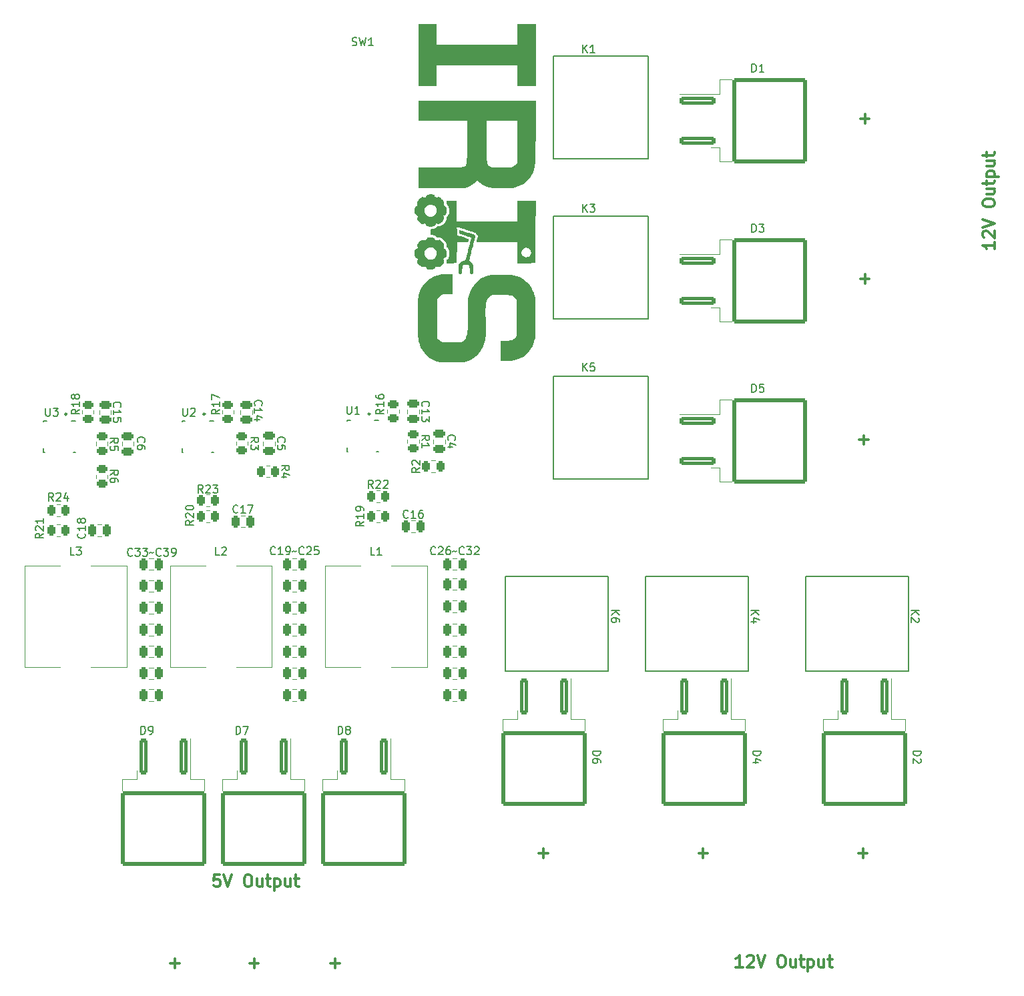
<source format=gto>
G04 #@! TF.GenerationSoftware,KiCad,Pcbnew,7.0.9*
G04 #@! TF.CreationDate,2023-12-29T07:42:44-06:00*
G04 #@! TF.ProjectId,Power Distribution Board Ver.2,506f7765-7220-4446-9973-747269627574,rev?*
G04 #@! TF.SameCoordinates,Original*
G04 #@! TF.FileFunction,Legend,Top*
G04 #@! TF.FilePolarity,Positive*
%FSLAX46Y46*%
G04 Gerber Fmt 4.6, Leading zero omitted, Abs format (unit mm)*
G04 Created by KiCad (PCBNEW 7.0.9) date 2023-12-29 07:42:44*
%MOMM*%
%LPD*%
G01*
G04 APERTURE LIST*
G04 Aperture macros list*
%AMRoundRect*
0 Rectangle with rounded corners*
0 $1 Rounding radius*
0 $2 $3 $4 $5 $6 $7 $8 $9 X,Y pos of 4 corners*
0 Add a 4 corners polygon primitive as box body*
4,1,4,$2,$3,$4,$5,$6,$7,$8,$9,$2,$3,0*
0 Add four circle primitives for the rounded corners*
1,1,$1+$1,$2,$3*
1,1,$1+$1,$4,$5*
1,1,$1+$1,$6,$7*
1,1,$1+$1,$8,$9*
0 Add four rect primitives between the rounded corners*
20,1,$1+$1,$2,$3,$4,$5,0*
20,1,$1+$1,$4,$5,$6,$7,0*
20,1,$1+$1,$6,$7,$8,$9,0*
20,1,$1+$1,$8,$9,$2,$3,0*%
%AMHorizOval*
0 Thick line with rounded ends*
0 $1 width*
0 $2 $3 position (X,Y) of the first rounded end (center of the circle)*
0 $4 $5 position (X,Y) of the second rounded end (center of the circle)*
0 Add line between two ends*
20,1,$1,$2,$3,$4,$5,0*
0 Add two circle primitives to create the rounded ends*
1,1,$1,$2,$3*
1,1,$1,$4,$5*%
G04 Aperture macros list end*
%ADD10C,0.300000*%
%ADD11C,0.150000*%
%ADD12C,0.120000*%
%ADD13C,0.127000*%
%ADD14C,0.240000*%
%ADD15C,0.800000*%
%ADD16C,7.000000*%
%ADD17RoundRect,0.250000X-0.250000X-0.475000X0.250000X-0.475000X0.250000X0.475000X-0.250000X0.475000X0*%
%ADD18R,3.300000X3.175000*%
%ADD19RoundRect,0.250000X-2.050000X-0.300000X2.050000X-0.300000X2.050000X0.300000X-2.050000X0.300000X0*%
%ADD20RoundRect,0.250002X-4.449998X-5.149998X4.449998X-5.149998X4.449998X5.149998X-4.449998X5.149998X0*%
%ADD21C,1.950000*%
%ADD22C,1.350000*%
%ADD23R,0.300000X0.550000*%
%ADD24R,0.450000X0.300000*%
%ADD25R,0.280000X2.350000*%
%ADD26R,0.730000X0.300000*%
%ADD27R,0.300000X0.725000*%
%ADD28R,0.725000X0.300000*%
%ADD29R,1.050000X1.575000*%
%ADD30R,1.050000X1.150000*%
%ADD31R,1.200000X2.175000*%
%ADD32R,0.455000X0.650000*%
%ADD33R,0.380000X0.580000*%
%ADD34RoundRect,0.250000X-0.450000X0.262500X-0.450000X-0.262500X0.450000X-0.262500X0.450000X0.262500X0*%
%ADD35RoundRect,0.250000X-0.475000X0.250000X-0.475000X-0.250000X0.475000X-0.250000X0.475000X0.250000X0*%
%ADD36HorizOval,2.100000X1.039230X-0.600000X-1.039230X0.600000X0*%
%ADD37HorizOval,2.100000X1.039230X0.600000X-1.039230X-0.600000X0*%
%ADD38RoundRect,0.250000X-0.262500X-0.450000X0.262500X-0.450000X0.262500X0.450000X-0.262500X0.450000X0*%
%ADD39RoundRect,0.250000X0.450000X-0.262500X0.450000X0.262500X-0.450000X0.262500X-0.450000X-0.262500X0*%
%ADD40RoundRect,0.250000X-0.300000X2.050000X-0.300000X-2.050000X0.300000X-2.050000X0.300000X2.050000X0*%
%ADD41RoundRect,0.250002X-5.149998X4.449998X-5.149998X-4.449998X5.149998X-4.449998X5.149998X4.449998X0*%
%ADD42RoundRect,0.250000X0.475000X-0.250000X0.475000X0.250000X-0.475000X0.250000X-0.475000X-0.250000X0*%
%ADD43R,2.400000X2.400000*%
%ADD44C,2.400000*%
%ADD45R,2.124000X2.124000*%
%ADD46C,2.124000*%
%ADD47R,1.950000X1.950000*%
%ADD48C,2.300000*%
G04 APERTURE END LIST*
D10*
X88599489Y-131309400D02*
X87456632Y-131309400D01*
X88028060Y-131880828D02*
X88028060Y-130737971D01*
X145270828Y-53734774D02*
X145270828Y-54591917D01*
X145270828Y-54163346D02*
X143770828Y-54163346D01*
X143770828Y-54163346D02*
X143985114Y-54306203D01*
X143985114Y-54306203D02*
X144127971Y-54449060D01*
X144127971Y-54449060D02*
X144199400Y-54591917D01*
X143913685Y-53163346D02*
X143842257Y-53091918D01*
X143842257Y-53091918D02*
X143770828Y-52949061D01*
X143770828Y-52949061D02*
X143770828Y-52591918D01*
X143770828Y-52591918D02*
X143842257Y-52449061D01*
X143842257Y-52449061D02*
X143913685Y-52377632D01*
X143913685Y-52377632D02*
X144056542Y-52306203D01*
X144056542Y-52306203D02*
X144199400Y-52306203D01*
X144199400Y-52306203D02*
X144413685Y-52377632D01*
X144413685Y-52377632D02*
X145270828Y-53234775D01*
X145270828Y-53234775D02*
X145270828Y-52306203D01*
X143770828Y-51877632D02*
X145270828Y-51377632D01*
X145270828Y-51377632D02*
X143770828Y-50877632D01*
X143770828Y-48949061D02*
X143770828Y-48663347D01*
X143770828Y-48663347D02*
X143842257Y-48520490D01*
X143842257Y-48520490D02*
X143985114Y-48377633D01*
X143985114Y-48377633D02*
X144270828Y-48306204D01*
X144270828Y-48306204D02*
X144770828Y-48306204D01*
X144770828Y-48306204D02*
X145056542Y-48377633D01*
X145056542Y-48377633D02*
X145199400Y-48520490D01*
X145199400Y-48520490D02*
X145270828Y-48663347D01*
X145270828Y-48663347D02*
X145270828Y-48949061D01*
X145270828Y-48949061D02*
X145199400Y-49091919D01*
X145199400Y-49091919D02*
X145056542Y-49234776D01*
X145056542Y-49234776D02*
X144770828Y-49306204D01*
X144770828Y-49306204D02*
X144270828Y-49306204D01*
X144270828Y-49306204D02*
X143985114Y-49234776D01*
X143985114Y-49234776D02*
X143842257Y-49091919D01*
X143842257Y-49091919D02*
X143770828Y-48949061D01*
X144270828Y-47020490D02*
X145270828Y-47020490D01*
X144270828Y-47663347D02*
X145056542Y-47663347D01*
X145056542Y-47663347D02*
X145199400Y-47591918D01*
X145199400Y-47591918D02*
X145270828Y-47449061D01*
X145270828Y-47449061D02*
X145270828Y-47234775D01*
X145270828Y-47234775D02*
X145199400Y-47091918D01*
X145199400Y-47091918D02*
X145127971Y-47020490D01*
X144270828Y-46520489D02*
X144270828Y-45949061D01*
X143770828Y-46306204D02*
X145056542Y-46306204D01*
X145056542Y-46306204D02*
X145199400Y-46234775D01*
X145199400Y-46234775D02*
X145270828Y-46091918D01*
X145270828Y-46091918D02*
X145270828Y-45949061D01*
X144270828Y-45449061D02*
X145770828Y-45449061D01*
X144342257Y-45449061D02*
X144270828Y-45306204D01*
X144270828Y-45306204D02*
X144270828Y-45020489D01*
X144270828Y-45020489D02*
X144342257Y-44877632D01*
X144342257Y-44877632D02*
X144413685Y-44806204D01*
X144413685Y-44806204D02*
X144556542Y-44734775D01*
X144556542Y-44734775D02*
X144985114Y-44734775D01*
X144985114Y-44734775D02*
X145127971Y-44806204D01*
X145127971Y-44806204D02*
X145199400Y-44877632D01*
X145199400Y-44877632D02*
X145270828Y-45020489D01*
X145270828Y-45020489D02*
X145270828Y-45306204D01*
X145270828Y-45306204D02*
X145199400Y-45449061D01*
X144270828Y-43449061D02*
X145270828Y-43449061D01*
X144270828Y-44091918D02*
X145056542Y-44091918D01*
X145056542Y-44091918D02*
X145199400Y-44020489D01*
X145199400Y-44020489D02*
X145270828Y-43877632D01*
X145270828Y-43877632D02*
X145270828Y-43663346D01*
X145270828Y-43663346D02*
X145199400Y-43520489D01*
X145199400Y-43520489D02*
X145127971Y-43449061D01*
X144270828Y-42949060D02*
X144270828Y-42377632D01*
X143770828Y-42734775D02*
X145056542Y-42734775D01*
X145056542Y-42734775D02*
X145199400Y-42663346D01*
X145199400Y-42663346D02*
X145270828Y-42520489D01*
X145270828Y-42520489D02*
X145270828Y-42377632D01*
X51896489Y-145279400D02*
X50753632Y-145279400D01*
X51325060Y-145850828D02*
X51325060Y-144707971D01*
X129372489Y-38102400D02*
X128229632Y-38102400D01*
X128801060Y-38673828D02*
X128801060Y-37530971D01*
X62183489Y-145279400D02*
X61040632Y-145279400D01*
X61612060Y-145850828D02*
X61612060Y-144707971D01*
X41863489Y-145279400D02*
X40720632Y-145279400D01*
X41292060Y-145850828D02*
X41292060Y-144707971D01*
X113300225Y-145780828D02*
X112443082Y-145780828D01*
X112871653Y-145780828D02*
X112871653Y-144280828D01*
X112871653Y-144280828D02*
X112728796Y-144495114D01*
X112728796Y-144495114D02*
X112585939Y-144637971D01*
X112585939Y-144637971D02*
X112443082Y-144709400D01*
X113871653Y-144423685D02*
X113943081Y-144352257D01*
X113943081Y-144352257D02*
X114085939Y-144280828D01*
X114085939Y-144280828D02*
X114443081Y-144280828D01*
X114443081Y-144280828D02*
X114585939Y-144352257D01*
X114585939Y-144352257D02*
X114657367Y-144423685D01*
X114657367Y-144423685D02*
X114728796Y-144566542D01*
X114728796Y-144566542D02*
X114728796Y-144709400D01*
X114728796Y-144709400D02*
X114657367Y-144923685D01*
X114657367Y-144923685D02*
X113800224Y-145780828D01*
X113800224Y-145780828D02*
X114728796Y-145780828D01*
X115157367Y-144280828D02*
X115657367Y-145780828D01*
X115657367Y-145780828D02*
X116157367Y-144280828D01*
X118085938Y-144280828D02*
X118371652Y-144280828D01*
X118371652Y-144280828D02*
X118514509Y-144352257D01*
X118514509Y-144352257D02*
X118657366Y-144495114D01*
X118657366Y-144495114D02*
X118728795Y-144780828D01*
X118728795Y-144780828D02*
X118728795Y-145280828D01*
X118728795Y-145280828D02*
X118657366Y-145566542D01*
X118657366Y-145566542D02*
X118514509Y-145709400D01*
X118514509Y-145709400D02*
X118371652Y-145780828D01*
X118371652Y-145780828D02*
X118085938Y-145780828D01*
X118085938Y-145780828D02*
X117943081Y-145709400D01*
X117943081Y-145709400D02*
X117800223Y-145566542D01*
X117800223Y-145566542D02*
X117728795Y-145280828D01*
X117728795Y-145280828D02*
X117728795Y-144780828D01*
X117728795Y-144780828D02*
X117800223Y-144495114D01*
X117800223Y-144495114D02*
X117943081Y-144352257D01*
X117943081Y-144352257D02*
X118085938Y-144280828D01*
X120014510Y-144780828D02*
X120014510Y-145780828D01*
X119371652Y-144780828D02*
X119371652Y-145566542D01*
X119371652Y-145566542D02*
X119443081Y-145709400D01*
X119443081Y-145709400D02*
X119585938Y-145780828D01*
X119585938Y-145780828D02*
X119800224Y-145780828D01*
X119800224Y-145780828D02*
X119943081Y-145709400D01*
X119943081Y-145709400D02*
X120014510Y-145637971D01*
X120514510Y-144780828D02*
X121085938Y-144780828D01*
X120728795Y-144280828D02*
X120728795Y-145566542D01*
X120728795Y-145566542D02*
X120800224Y-145709400D01*
X120800224Y-145709400D02*
X120943081Y-145780828D01*
X120943081Y-145780828D02*
X121085938Y-145780828D01*
X121585938Y-144780828D02*
X121585938Y-146280828D01*
X121585938Y-144852257D02*
X121728796Y-144780828D01*
X121728796Y-144780828D02*
X122014510Y-144780828D01*
X122014510Y-144780828D02*
X122157367Y-144852257D01*
X122157367Y-144852257D02*
X122228796Y-144923685D01*
X122228796Y-144923685D02*
X122300224Y-145066542D01*
X122300224Y-145066542D02*
X122300224Y-145495114D01*
X122300224Y-145495114D02*
X122228796Y-145637971D01*
X122228796Y-145637971D02*
X122157367Y-145709400D01*
X122157367Y-145709400D02*
X122014510Y-145780828D01*
X122014510Y-145780828D02*
X121728796Y-145780828D01*
X121728796Y-145780828D02*
X121585938Y-145709400D01*
X123585939Y-144780828D02*
X123585939Y-145780828D01*
X122943081Y-144780828D02*
X122943081Y-145566542D01*
X122943081Y-145566542D02*
X123014510Y-145709400D01*
X123014510Y-145709400D02*
X123157367Y-145780828D01*
X123157367Y-145780828D02*
X123371653Y-145780828D01*
X123371653Y-145780828D02*
X123514510Y-145709400D01*
X123514510Y-145709400D02*
X123585939Y-145637971D01*
X124085939Y-144780828D02*
X124657367Y-144780828D01*
X124300224Y-144280828D02*
X124300224Y-145566542D01*
X124300224Y-145566542D02*
X124371653Y-145709400D01*
X124371653Y-145709400D02*
X124514510Y-145780828D01*
X124514510Y-145780828D02*
X124657367Y-145780828D01*
X129112489Y-131309400D02*
X127969632Y-131309400D01*
X128541060Y-131880828D02*
X128541060Y-130737971D01*
X129372489Y-58422400D02*
X128229632Y-58422400D01*
X128801060Y-58993828D02*
X128801060Y-57850971D01*
X46988796Y-134063828D02*
X46274510Y-134063828D01*
X46274510Y-134063828D02*
X46203082Y-134778114D01*
X46203082Y-134778114D02*
X46274510Y-134706685D01*
X46274510Y-134706685D02*
X46417368Y-134635257D01*
X46417368Y-134635257D02*
X46774510Y-134635257D01*
X46774510Y-134635257D02*
X46917368Y-134706685D01*
X46917368Y-134706685D02*
X46988796Y-134778114D01*
X46988796Y-134778114D02*
X47060225Y-134920971D01*
X47060225Y-134920971D02*
X47060225Y-135278114D01*
X47060225Y-135278114D02*
X46988796Y-135420971D01*
X46988796Y-135420971D02*
X46917368Y-135492400D01*
X46917368Y-135492400D02*
X46774510Y-135563828D01*
X46774510Y-135563828D02*
X46417368Y-135563828D01*
X46417368Y-135563828D02*
X46274510Y-135492400D01*
X46274510Y-135492400D02*
X46203082Y-135420971D01*
X47488796Y-134063828D02*
X47988796Y-135563828D01*
X47988796Y-135563828D02*
X48488796Y-134063828D01*
X50417367Y-134063828D02*
X50703081Y-134063828D01*
X50703081Y-134063828D02*
X50845938Y-134135257D01*
X50845938Y-134135257D02*
X50988795Y-134278114D01*
X50988795Y-134278114D02*
X51060224Y-134563828D01*
X51060224Y-134563828D02*
X51060224Y-135063828D01*
X51060224Y-135063828D02*
X50988795Y-135349542D01*
X50988795Y-135349542D02*
X50845938Y-135492400D01*
X50845938Y-135492400D02*
X50703081Y-135563828D01*
X50703081Y-135563828D02*
X50417367Y-135563828D01*
X50417367Y-135563828D02*
X50274510Y-135492400D01*
X50274510Y-135492400D02*
X50131652Y-135349542D01*
X50131652Y-135349542D02*
X50060224Y-135063828D01*
X50060224Y-135063828D02*
X50060224Y-134563828D01*
X50060224Y-134563828D02*
X50131652Y-134278114D01*
X50131652Y-134278114D02*
X50274510Y-134135257D01*
X50274510Y-134135257D02*
X50417367Y-134063828D01*
X52345939Y-134563828D02*
X52345939Y-135563828D01*
X51703081Y-134563828D02*
X51703081Y-135349542D01*
X51703081Y-135349542D02*
X51774510Y-135492400D01*
X51774510Y-135492400D02*
X51917367Y-135563828D01*
X51917367Y-135563828D02*
X52131653Y-135563828D01*
X52131653Y-135563828D02*
X52274510Y-135492400D01*
X52274510Y-135492400D02*
X52345939Y-135420971D01*
X52845939Y-134563828D02*
X53417367Y-134563828D01*
X53060224Y-134063828D02*
X53060224Y-135349542D01*
X53060224Y-135349542D02*
X53131653Y-135492400D01*
X53131653Y-135492400D02*
X53274510Y-135563828D01*
X53274510Y-135563828D02*
X53417367Y-135563828D01*
X53917367Y-134563828D02*
X53917367Y-136063828D01*
X53917367Y-134635257D02*
X54060225Y-134563828D01*
X54060225Y-134563828D02*
X54345939Y-134563828D01*
X54345939Y-134563828D02*
X54488796Y-134635257D01*
X54488796Y-134635257D02*
X54560225Y-134706685D01*
X54560225Y-134706685D02*
X54631653Y-134849542D01*
X54631653Y-134849542D02*
X54631653Y-135278114D01*
X54631653Y-135278114D02*
X54560225Y-135420971D01*
X54560225Y-135420971D02*
X54488796Y-135492400D01*
X54488796Y-135492400D02*
X54345939Y-135563828D01*
X54345939Y-135563828D02*
X54060225Y-135563828D01*
X54060225Y-135563828D02*
X53917367Y-135492400D01*
X55917368Y-134563828D02*
X55917368Y-135563828D01*
X55274510Y-134563828D02*
X55274510Y-135349542D01*
X55274510Y-135349542D02*
X55345939Y-135492400D01*
X55345939Y-135492400D02*
X55488796Y-135563828D01*
X55488796Y-135563828D02*
X55703082Y-135563828D01*
X55703082Y-135563828D02*
X55845939Y-135492400D01*
X55845939Y-135492400D02*
X55917368Y-135420971D01*
X56417368Y-134563828D02*
X56988796Y-134563828D01*
X56631653Y-134063828D02*
X56631653Y-135349542D01*
X56631653Y-135349542D02*
X56703082Y-135492400D01*
X56703082Y-135492400D02*
X56845939Y-135563828D01*
X56845939Y-135563828D02*
X56988796Y-135563828D01*
X108855989Y-131309400D02*
X107713132Y-131309400D01*
X108284560Y-131880828D02*
X108284560Y-130737971D01*
X129245489Y-78869400D02*
X128102632Y-78869400D01*
X128674060Y-79440828D02*
X128674060Y-78297971D01*
D11*
X49265987Y-88050580D02*
X49218368Y-88098200D01*
X49218368Y-88098200D02*
X49075511Y-88145819D01*
X49075511Y-88145819D02*
X48980273Y-88145819D01*
X48980273Y-88145819D02*
X48837416Y-88098200D01*
X48837416Y-88098200D02*
X48742178Y-88002961D01*
X48742178Y-88002961D02*
X48694559Y-87907723D01*
X48694559Y-87907723D02*
X48646940Y-87717247D01*
X48646940Y-87717247D02*
X48646940Y-87574390D01*
X48646940Y-87574390D02*
X48694559Y-87383914D01*
X48694559Y-87383914D02*
X48742178Y-87288676D01*
X48742178Y-87288676D02*
X48837416Y-87193438D01*
X48837416Y-87193438D02*
X48980273Y-87145819D01*
X48980273Y-87145819D02*
X49075511Y-87145819D01*
X49075511Y-87145819D02*
X49218368Y-87193438D01*
X49218368Y-87193438D02*
X49265987Y-87241057D01*
X50218368Y-88145819D02*
X49646940Y-88145819D01*
X49932654Y-88145819D02*
X49932654Y-87145819D01*
X49932654Y-87145819D02*
X49837416Y-87288676D01*
X49837416Y-87288676D02*
X49742178Y-87383914D01*
X49742178Y-87383914D02*
X49646940Y-87431533D01*
X50551702Y-87145819D02*
X51218368Y-87145819D01*
X51218368Y-87145819D02*
X50789797Y-88145819D01*
X46948178Y-93479819D02*
X46471988Y-93479819D01*
X46471988Y-93479819D02*
X46471988Y-92479819D01*
X47233893Y-92575057D02*
X47281512Y-92527438D01*
X47281512Y-92527438D02*
X47376750Y-92479819D01*
X47376750Y-92479819D02*
X47614845Y-92479819D01*
X47614845Y-92479819D02*
X47710083Y-92527438D01*
X47710083Y-92527438D02*
X47757702Y-92575057D01*
X47757702Y-92575057D02*
X47805321Y-92670295D01*
X47805321Y-92670295D02*
X47805321Y-92765533D01*
X47805321Y-92765533D02*
X47757702Y-92908390D01*
X47757702Y-92908390D02*
X47186274Y-93479819D01*
X47186274Y-93479819D02*
X47805321Y-93479819D01*
X114475750Y-52474819D02*
X114475750Y-51474819D01*
X114475750Y-51474819D02*
X114713845Y-51474819D01*
X114713845Y-51474819D02*
X114856702Y-51522438D01*
X114856702Y-51522438D02*
X114951940Y-51617676D01*
X114951940Y-51617676D02*
X114999559Y-51712914D01*
X114999559Y-51712914D02*
X115047178Y-51903390D01*
X115047178Y-51903390D02*
X115047178Y-52046247D01*
X115047178Y-52046247D02*
X114999559Y-52236723D01*
X114999559Y-52236723D02*
X114951940Y-52331961D01*
X114951940Y-52331961D02*
X114856702Y-52427200D01*
X114856702Y-52427200D02*
X114713845Y-52474819D01*
X114713845Y-52474819D02*
X114475750Y-52474819D01*
X115380512Y-51474819D02*
X115999559Y-51474819D01*
X115999559Y-51474819D02*
X115666226Y-51855771D01*
X115666226Y-51855771D02*
X115809083Y-51855771D01*
X115809083Y-51855771D02*
X115904321Y-51903390D01*
X115904321Y-51903390D02*
X115951940Y-51951009D01*
X115951940Y-51951009D02*
X115999559Y-52046247D01*
X115999559Y-52046247D02*
X115999559Y-52284342D01*
X115999559Y-52284342D02*
X115951940Y-52379580D01*
X115951940Y-52379580D02*
X115904321Y-52427200D01*
X115904321Y-52427200D02*
X115809083Y-52474819D01*
X115809083Y-52474819D02*
X115523369Y-52474819D01*
X115523369Y-52474819D02*
X115428131Y-52427200D01*
X115428131Y-52427200D02*
X115380512Y-52379580D01*
X96665180Y-100486905D02*
X97665180Y-100486905D01*
X96665180Y-101058333D02*
X97236609Y-100629762D01*
X97665180Y-101058333D02*
X97093752Y-100486905D01*
X97665180Y-101915476D02*
X97665180Y-101725000D01*
X97665180Y-101725000D02*
X97617561Y-101629762D01*
X97617561Y-101629762D02*
X97569942Y-101582143D01*
X97569942Y-101582143D02*
X97427085Y-101486905D01*
X97427085Y-101486905D02*
X97236609Y-101439286D01*
X97236609Y-101439286D02*
X96855657Y-101439286D01*
X96855657Y-101439286D02*
X96760419Y-101486905D01*
X96760419Y-101486905D02*
X96712800Y-101534524D01*
X96712800Y-101534524D02*
X96665180Y-101629762D01*
X96665180Y-101629762D02*
X96665180Y-101820238D01*
X96665180Y-101820238D02*
X96712800Y-101915476D01*
X96712800Y-101915476D02*
X96760419Y-101963095D01*
X96760419Y-101963095D02*
X96855657Y-102010714D01*
X96855657Y-102010714D02*
X97093752Y-102010714D01*
X97093752Y-102010714D02*
X97188990Y-101963095D01*
X97188990Y-101963095D02*
X97236609Y-101915476D01*
X97236609Y-101915476D02*
X97284228Y-101820238D01*
X97284228Y-101820238D02*
X97284228Y-101629762D01*
X97284228Y-101629762D02*
X97236609Y-101534524D01*
X97236609Y-101534524D02*
X97188990Y-101486905D01*
X97188990Y-101486905D02*
X97093752Y-101439286D01*
X42286594Y-74825164D02*
X42286594Y-75637181D01*
X42286594Y-75637181D02*
X42334360Y-75732712D01*
X42334360Y-75732712D02*
X42382125Y-75780478D01*
X42382125Y-75780478D02*
X42477657Y-75828243D01*
X42477657Y-75828243D02*
X42668719Y-75828243D01*
X42668719Y-75828243D02*
X42764251Y-75780478D01*
X42764251Y-75780478D02*
X42812016Y-75732712D01*
X42812016Y-75732712D02*
X42859782Y-75637181D01*
X42859782Y-75637181D02*
X42859782Y-74825164D01*
X43289673Y-74920696D02*
X43337439Y-74872930D01*
X43337439Y-74872930D02*
X43432970Y-74825164D01*
X43432970Y-74825164D02*
X43671799Y-74825164D01*
X43671799Y-74825164D02*
X43767330Y-74872930D01*
X43767330Y-74872930D02*
X43815096Y-74920696D01*
X43815096Y-74920696D02*
X43862861Y-75016227D01*
X43862861Y-75016227D02*
X43862861Y-75111758D01*
X43862861Y-75111758D02*
X43815096Y-75255055D01*
X43815096Y-75255055D02*
X43241908Y-75828243D01*
X43241908Y-75828243D02*
X43862861Y-75828243D01*
X50894025Y-79143333D02*
X51370216Y-78810000D01*
X50894025Y-78571905D02*
X51894025Y-78571905D01*
X51894025Y-78571905D02*
X51894025Y-78952857D01*
X51894025Y-78952857D02*
X51846406Y-79048095D01*
X51846406Y-79048095D02*
X51798787Y-79095714D01*
X51798787Y-79095714D02*
X51703549Y-79143333D01*
X51703549Y-79143333D02*
X51560692Y-79143333D01*
X51560692Y-79143333D02*
X51465454Y-79095714D01*
X51465454Y-79095714D02*
X51417835Y-79048095D01*
X51417835Y-79048095D02*
X51370216Y-78952857D01*
X51370216Y-78952857D02*
X51370216Y-78571905D01*
X51894025Y-79476667D02*
X51894025Y-80095714D01*
X51894025Y-80095714D02*
X51513073Y-79762381D01*
X51513073Y-79762381D02*
X51513073Y-79905238D01*
X51513073Y-79905238D02*
X51465454Y-80000476D01*
X51465454Y-80000476D02*
X51417835Y-80048095D01*
X51417835Y-80048095D02*
X51322597Y-80095714D01*
X51322597Y-80095714D02*
X51084502Y-80095714D01*
X51084502Y-80095714D02*
X50989264Y-80048095D01*
X50989264Y-80048095D02*
X50941645Y-80000476D01*
X50941645Y-80000476D02*
X50894025Y-79905238D01*
X50894025Y-79905238D02*
X50894025Y-79619524D01*
X50894025Y-79619524D02*
X50941645Y-79524286D01*
X50941645Y-79524286D02*
X50989264Y-79476667D01*
X75965264Y-78888333D02*
X75917645Y-78840714D01*
X75917645Y-78840714D02*
X75870025Y-78697857D01*
X75870025Y-78697857D02*
X75870025Y-78602619D01*
X75870025Y-78602619D02*
X75917645Y-78459762D01*
X75917645Y-78459762D02*
X76012883Y-78364524D01*
X76012883Y-78364524D02*
X76108121Y-78316905D01*
X76108121Y-78316905D02*
X76298597Y-78269286D01*
X76298597Y-78269286D02*
X76441454Y-78269286D01*
X76441454Y-78269286D02*
X76631930Y-78316905D01*
X76631930Y-78316905D02*
X76727168Y-78364524D01*
X76727168Y-78364524D02*
X76822406Y-78459762D01*
X76822406Y-78459762D02*
X76870025Y-78602619D01*
X76870025Y-78602619D02*
X76870025Y-78697857D01*
X76870025Y-78697857D02*
X76822406Y-78840714D01*
X76822406Y-78840714D02*
X76774787Y-78888333D01*
X76536692Y-79745476D02*
X75870025Y-79745476D01*
X76917645Y-79507381D02*
X76203359Y-79269286D01*
X76203359Y-79269286D02*
X76203359Y-79888333D01*
X33071025Y-83333333D02*
X33547216Y-83000000D01*
X33071025Y-82761905D02*
X34071025Y-82761905D01*
X34071025Y-82761905D02*
X34071025Y-83142857D01*
X34071025Y-83142857D02*
X34023406Y-83238095D01*
X34023406Y-83238095D02*
X33975787Y-83285714D01*
X33975787Y-83285714D02*
X33880549Y-83333333D01*
X33880549Y-83333333D02*
X33737692Y-83333333D01*
X33737692Y-83333333D02*
X33642454Y-83285714D01*
X33642454Y-83285714D02*
X33594835Y-83238095D01*
X33594835Y-83238095D02*
X33547216Y-83142857D01*
X33547216Y-83142857D02*
X33547216Y-82761905D01*
X34071025Y-84190476D02*
X34071025Y-84000000D01*
X34071025Y-84000000D02*
X34023406Y-83904762D01*
X34023406Y-83904762D02*
X33975787Y-83857143D01*
X33975787Y-83857143D02*
X33832930Y-83761905D01*
X33832930Y-83761905D02*
X33642454Y-83714286D01*
X33642454Y-83714286D02*
X33261502Y-83714286D01*
X33261502Y-83714286D02*
X33166264Y-83761905D01*
X33166264Y-83761905D02*
X33118645Y-83809524D01*
X33118645Y-83809524D02*
X33071025Y-83904762D01*
X33071025Y-83904762D02*
X33071025Y-84095238D01*
X33071025Y-84095238D02*
X33118645Y-84190476D01*
X33118645Y-84190476D02*
X33166264Y-84238095D01*
X33166264Y-84238095D02*
X33261502Y-84285714D01*
X33261502Y-84285714D02*
X33499597Y-84285714D01*
X33499597Y-84285714D02*
X33594835Y-84238095D01*
X33594835Y-84238095D02*
X33642454Y-84190476D01*
X33642454Y-84190476D02*
X33690073Y-84095238D01*
X33690073Y-84095238D02*
X33690073Y-83904762D01*
X33690073Y-83904762D02*
X33642454Y-83809524D01*
X33642454Y-83809524D02*
X33594835Y-83761905D01*
X33594835Y-83761905D02*
X33499597Y-83714286D01*
X63766667Y-28767200D02*
X63909524Y-28814819D01*
X63909524Y-28814819D02*
X64147619Y-28814819D01*
X64147619Y-28814819D02*
X64242857Y-28767200D01*
X64242857Y-28767200D02*
X64290476Y-28719580D01*
X64290476Y-28719580D02*
X64338095Y-28624342D01*
X64338095Y-28624342D02*
X64338095Y-28529104D01*
X64338095Y-28529104D02*
X64290476Y-28433866D01*
X64290476Y-28433866D02*
X64242857Y-28386247D01*
X64242857Y-28386247D02*
X64147619Y-28338628D01*
X64147619Y-28338628D02*
X63957143Y-28291009D01*
X63957143Y-28291009D02*
X63861905Y-28243390D01*
X63861905Y-28243390D02*
X63814286Y-28195771D01*
X63814286Y-28195771D02*
X63766667Y-28100533D01*
X63766667Y-28100533D02*
X63766667Y-28005295D01*
X63766667Y-28005295D02*
X63814286Y-27910057D01*
X63814286Y-27910057D02*
X63861905Y-27862438D01*
X63861905Y-27862438D02*
X63957143Y-27814819D01*
X63957143Y-27814819D02*
X64195238Y-27814819D01*
X64195238Y-27814819D02*
X64338095Y-27862438D01*
X64671429Y-27814819D02*
X64909524Y-28814819D01*
X64909524Y-28814819D02*
X65100000Y-28100533D01*
X65100000Y-28100533D02*
X65290476Y-28814819D01*
X65290476Y-28814819D02*
X65528572Y-27814819D01*
X66433333Y-28814819D02*
X65861905Y-28814819D01*
X66147619Y-28814819D02*
X66147619Y-27814819D01*
X66147619Y-27814819D02*
X66052381Y-27957676D01*
X66052381Y-27957676D02*
X65957143Y-28052914D01*
X65957143Y-28052914D02*
X65861905Y-28100533D01*
X25870987Y-86594819D02*
X25537654Y-86118628D01*
X25299559Y-86594819D02*
X25299559Y-85594819D01*
X25299559Y-85594819D02*
X25680511Y-85594819D01*
X25680511Y-85594819D02*
X25775749Y-85642438D01*
X25775749Y-85642438D02*
X25823368Y-85690057D01*
X25823368Y-85690057D02*
X25870987Y-85785295D01*
X25870987Y-85785295D02*
X25870987Y-85928152D01*
X25870987Y-85928152D02*
X25823368Y-86023390D01*
X25823368Y-86023390D02*
X25775749Y-86071009D01*
X25775749Y-86071009D02*
X25680511Y-86118628D01*
X25680511Y-86118628D02*
X25299559Y-86118628D01*
X26251940Y-85690057D02*
X26299559Y-85642438D01*
X26299559Y-85642438D02*
X26394797Y-85594819D01*
X26394797Y-85594819D02*
X26632892Y-85594819D01*
X26632892Y-85594819D02*
X26728130Y-85642438D01*
X26728130Y-85642438D02*
X26775749Y-85690057D01*
X26775749Y-85690057D02*
X26823368Y-85785295D01*
X26823368Y-85785295D02*
X26823368Y-85880533D01*
X26823368Y-85880533D02*
X26775749Y-86023390D01*
X26775749Y-86023390D02*
X26204321Y-86594819D01*
X26204321Y-86594819D02*
X26823368Y-86594819D01*
X27680511Y-85928152D02*
X27680511Y-86594819D01*
X27442416Y-85547200D02*
X27204321Y-86261485D01*
X27204321Y-86261485D02*
X27823368Y-86261485D01*
X46934664Y-74998857D02*
X46458473Y-75332190D01*
X46934664Y-75570285D02*
X45934664Y-75570285D01*
X45934664Y-75570285D02*
X45934664Y-75189333D01*
X45934664Y-75189333D02*
X45982283Y-75094095D01*
X45982283Y-75094095D02*
X46029902Y-75046476D01*
X46029902Y-75046476D02*
X46125140Y-74998857D01*
X46125140Y-74998857D02*
X46267997Y-74998857D01*
X46267997Y-74998857D02*
X46363235Y-75046476D01*
X46363235Y-75046476D02*
X46410854Y-75094095D01*
X46410854Y-75094095D02*
X46458473Y-75189333D01*
X46458473Y-75189333D02*
X46458473Y-75570285D01*
X46934664Y-74046476D02*
X46934664Y-74617904D01*
X46934664Y-74332190D02*
X45934664Y-74332190D01*
X45934664Y-74332190D02*
X46077521Y-74427428D01*
X46077521Y-74427428D02*
X46172759Y-74522666D01*
X46172759Y-74522666D02*
X46220378Y-74617904D01*
X45934664Y-73713142D02*
X45934664Y-73046476D01*
X45934664Y-73046476D02*
X46934664Y-73475047D01*
X28533178Y-93479819D02*
X28056988Y-93479819D01*
X28056988Y-93479819D02*
X28056988Y-92479819D01*
X28771274Y-92479819D02*
X29390321Y-92479819D01*
X29390321Y-92479819D02*
X29056988Y-92860771D01*
X29056988Y-92860771D02*
X29199845Y-92860771D01*
X29199845Y-92860771D02*
X29295083Y-92908390D01*
X29295083Y-92908390D02*
X29342702Y-92956009D01*
X29342702Y-92956009D02*
X29390321Y-93051247D01*
X29390321Y-93051247D02*
X29390321Y-93289342D01*
X29390321Y-93289342D02*
X29342702Y-93384580D01*
X29342702Y-93384580D02*
X29295083Y-93432200D01*
X29295083Y-93432200D02*
X29199845Y-93479819D01*
X29199845Y-93479819D02*
X28914131Y-93479819D01*
X28914131Y-93479819D02*
X28818893Y-93432200D01*
X28818893Y-93432200D02*
X28771274Y-93384580D01*
X54011463Y-93319580D02*
X53963844Y-93367200D01*
X53963844Y-93367200D02*
X53820987Y-93414819D01*
X53820987Y-93414819D02*
X53725749Y-93414819D01*
X53725749Y-93414819D02*
X53582892Y-93367200D01*
X53582892Y-93367200D02*
X53487654Y-93271961D01*
X53487654Y-93271961D02*
X53440035Y-93176723D01*
X53440035Y-93176723D02*
X53392416Y-92986247D01*
X53392416Y-92986247D02*
X53392416Y-92843390D01*
X53392416Y-92843390D02*
X53440035Y-92652914D01*
X53440035Y-92652914D02*
X53487654Y-92557676D01*
X53487654Y-92557676D02*
X53582892Y-92462438D01*
X53582892Y-92462438D02*
X53725749Y-92414819D01*
X53725749Y-92414819D02*
X53820987Y-92414819D01*
X53820987Y-92414819D02*
X53963844Y-92462438D01*
X53963844Y-92462438D02*
X54011463Y-92510057D01*
X54963844Y-93414819D02*
X54392416Y-93414819D01*
X54678130Y-93414819D02*
X54678130Y-92414819D01*
X54678130Y-92414819D02*
X54582892Y-92557676D01*
X54582892Y-92557676D02*
X54487654Y-92652914D01*
X54487654Y-92652914D02*
X54392416Y-92700533D01*
X55440035Y-93414819D02*
X55630511Y-93414819D01*
X55630511Y-93414819D02*
X55725749Y-93367200D01*
X55725749Y-93367200D02*
X55773368Y-93319580D01*
X55773368Y-93319580D02*
X55868606Y-93176723D01*
X55868606Y-93176723D02*
X55916225Y-92986247D01*
X55916225Y-92986247D02*
X55916225Y-92605295D01*
X55916225Y-92605295D02*
X55868606Y-92510057D01*
X55868606Y-92510057D02*
X55820987Y-92462438D01*
X55820987Y-92462438D02*
X55725749Y-92414819D01*
X55725749Y-92414819D02*
X55535273Y-92414819D01*
X55535273Y-92414819D02*
X55440035Y-92462438D01*
X55440035Y-92462438D02*
X55392416Y-92510057D01*
X55392416Y-92510057D02*
X55344797Y-92605295D01*
X55344797Y-92605295D02*
X55344797Y-92843390D01*
X55344797Y-92843390D02*
X55392416Y-92938628D01*
X55392416Y-92938628D02*
X55440035Y-92986247D01*
X55440035Y-92986247D02*
X55535273Y-93033866D01*
X55535273Y-93033866D02*
X55725749Y-93033866D01*
X55725749Y-93033866D02*
X55820987Y-92986247D01*
X55820987Y-92986247D02*
X55868606Y-92938628D01*
X55868606Y-92938628D02*
X55916225Y-92843390D01*
X56201940Y-93033866D02*
X56249559Y-92986247D01*
X56249559Y-92986247D02*
X56344797Y-92938628D01*
X56344797Y-92938628D02*
X56535273Y-93033866D01*
X56535273Y-93033866D02*
X56630511Y-92986247D01*
X56630511Y-92986247D02*
X56678130Y-92938628D01*
X57630511Y-93319580D02*
X57582892Y-93367200D01*
X57582892Y-93367200D02*
X57440035Y-93414819D01*
X57440035Y-93414819D02*
X57344797Y-93414819D01*
X57344797Y-93414819D02*
X57201940Y-93367200D01*
X57201940Y-93367200D02*
X57106702Y-93271961D01*
X57106702Y-93271961D02*
X57059083Y-93176723D01*
X57059083Y-93176723D02*
X57011464Y-92986247D01*
X57011464Y-92986247D02*
X57011464Y-92843390D01*
X57011464Y-92843390D02*
X57059083Y-92652914D01*
X57059083Y-92652914D02*
X57106702Y-92557676D01*
X57106702Y-92557676D02*
X57201940Y-92462438D01*
X57201940Y-92462438D02*
X57344797Y-92414819D01*
X57344797Y-92414819D02*
X57440035Y-92414819D01*
X57440035Y-92414819D02*
X57582892Y-92462438D01*
X57582892Y-92462438D02*
X57630511Y-92510057D01*
X58011464Y-92510057D02*
X58059083Y-92462438D01*
X58059083Y-92462438D02*
X58154321Y-92414819D01*
X58154321Y-92414819D02*
X58392416Y-92414819D01*
X58392416Y-92414819D02*
X58487654Y-92462438D01*
X58487654Y-92462438D02*
X58535273Y-92510057D01*
X58535273Y-92510057D02*
X58582892Y-92605295D01*
X58582892Y-92605295D02*
X58582892Y-92700533D01*
X58582892Y-92700533D02*
X58535273Y-92843390D01*
X58535273Y-92843390D02*
X57963845Y-93414819D01*
X57963845Y-93414819D02*
X58582892Y-93414819D01*
X59487654Y-92414819D02*
X59011464Y-92414819D01*
X59011464Y-92414819D02*
X58963845Y-92891009D01*
X58963845Y-92891009D02*
X59011464Y-92843390D01*
X59011464Y-92843390D02*
X59106702Y-92795771D01*
X59106702Y-92795771D02*
X59344797Y-92795771D01*
X59344797Y-92795771D02*
X59440035Y-92843390D01*
X59440035Y-92843390D02*
X59487654Y-92891009D01*
X59487654Y-92891009D02*
X59535273Y-92986247D01*
X59535273Y-92986247D02*
X59535273Y-93224342D01*
X59535273Y-93224342D02*
X59487654Y-93319580D01*
X59487654Y-93319580D02*
X59440035Y-93367200D01*
X59440035Y-93367200D02*
X59344797Y-93414819D01*
X59344797Y-93414819D02*
X59106702Y-93414819D01*
X59106702Y-93414819D02*
X59011464Y-93367200D01*
X59011464Y-93367200D02*
X58963845Y-93319580D01*
X72568025Y-78888333D02*
X73044216Y-78555000D01*
X72568025Y-78316905D02*
X73568025Y-78316905D01*
X73568025Y-78316905D02*
X73568025Y-78697857D01*
X73568025Y-78697857D02*
X73520406Y-78793095D01*
X73520406Y-78793095D02*
X73472787Y-78840714D01*
X73472787Y-78840714D02*
X73377549Y-78888333D01*
X73377549Y-78888333D02*
X73234692Y-78888333D01*
X73234692Y-78888333D02*
X73139454Y-78840714D01*
X73139454Y-78840714D02*
X73091835Y-78793095D01*
X73091835Y-78793095D02*
X73044216Y-78697857D01*
X73044216Y-78697857D02*
X73044216Y-78316905D01*
X72568025Y-79840714D02*
X72568025Y-79269286D01*
X72568025Y-79555000D02*
X73568025Y-79555000D01*
X73568025Y-79555000D02*
X73425168Y-79459762D01*
X73425168Y-79459762D02*
X73329930Y-79364524D01*
X73329930Y-79364524D02*
X73282311Y-79269286D01*
X29154664Y-74998857D02*
X28678473Y-75332190D01*
X29154664Y-75570285D02*
X28154664Y-75570285D01*
X28154664Y-75570285D02*
X28154664Y-75189333D01*
X28154664Y-75189333D02*
X28202283Y-75094095D01*
X28202283Y-75094095D02*
X28249902Y-75046476D01*
X28249902Y-75046476D02*
X28345140Y-74998857D01*
X28345140Y-74998857D02*
X28487997Y-74998857D01*
X28487997Y-74998857D02*
X28583235Y-75046476D01*
X28583235Y-75046476D02*
X28630854Y-75094095D01*
X28630854Y-75094095D02*
X28678473Y-75189333D01*
X28678473Y-75189333D02*
X28678473Y-75570285D01*
X29154664Y-74046476D02*
X29154664Y-74617904D01*
X29154664Y-74332190D02*
X28154664Y-74332190D01*
X28154664Y-74332190D02*
X28297521Y-74427428D01*
X28297521Y-74427428D02*
X28392759Y-74522666D01*
X28392759Y-74522666D02*
X28440378Y-74617904D01*
X28583235Y-73475047D02*
X28535616Y-73570285D01*
X28535616Y-73570285D02*
X28487997Y-73617904D01*
X28487997Y-73617904D02*
X28392759Y-73665523D01*
X28392759Y-73665523D02*
X28345140Y-73665523D01*
X28345140Y-73665523D02*
X28249902Y-73617904D01*
X28249902Y-73617904D02*
X28202283Y-73570285D01*
X28202283Y-73570285D02*
X28154664Y-73475047D01*
X28154664Y-73475047D02*
X28154664Y-73284571D01*
X28154664Y-73284571D02*
X28202283Y-73189333D01*
X28202283Y-73189333D02*
X28249902Y-73141714D01*
X28249902Y-73141714D02*
X28345140Y-73094095D01*
X28345140Y-73094095D02*
X28392759Y-73094095D01*
X28392759Y-73094095D02*
X28487997Y-73141714D01*
X28487997Y-73141714D02*
X28535616Y-73189333D01*
X28535616Y-73189333D02*
X28583235Y-73284571D01*
X28583235Y-73284571D02*
X28583235Y-73475047D01*
X28583235Y-73475047D02*
X28630854Y-73570285D01*
X28630854Y-73570285D02*
X28678473Y-73617904D01*
X28678473Y-73617904D02*
X28773711Y-73665523D01*
X28773711Y-73665523D02*
X28964187Y-73665523D01*
X28964187Y-73665523D02*
X29059425Y-73617904D01*
X29059425Y-73617904D02*
X29107045Y-73570285D01*
X29107045Y-73570285D02*
X29154664Y-73475047D01*
X29154664Y-73475047D02*
X29154664Y-73284571D01*
X29154664Y-73284571D02*
X29107045Y-73189333D01*
X29107045Y-73189333D02*
X29059425Y-73141714D01*
X29059425Y-73141714D02*
X28964187Y-73094095D01*
X28964187Y-73094095D02*
X28773711Y-73094095D01*
X28773711Y-73094095D02*
X28678473Y-73141714D01*
X28678473Y-73141714D02*
X28630854Y-73189333D01*
X28630854Y-73189333D02*
X28583235Y-73284571D01*
X74331463Y-93319580D02*
X74283844Y-93367200D01*
X74283844Y-93367200D02*
X74140987Y-93414819D01*
X74140987Y-93414819D02*
X74045749Y-93414819D01*
X74045749Y-93414819D02*
X73902892Y-93367200D01*
X73902892Y-93367200D02*
X73807654Y-93271961D01*
X73807654Y-93271961D02*
X73760035Y-93176723D01*
X73760035Y-93176723D02*
X73712416Y-92986247D01*
X73712416Y-92986247D02*
X73712416Y-92843390D01*
X73712416Y-92843390D02*
X73760035Y-92652914D01*
X73760035Y-92652914D02*
X73807654Y-92557676D01*
X73807654Y-92557676D02*
X73902892Y-92462438D01*
X73902892Y-92462438D02*
X74045749Y-92414819D01*
X74045749Y-92414819D02*
X74140987Y-92414819D01*
X74140987Y-92414819D02*
X74283844Y-92462438D01*
X74283844Y-92462438D02*
X74331463Y-92510057D01*
X74712416Y-92510057D02*
X74760035Y-92462438D01*
X74760035Y-92462438D02*
X74855273Y-92414819D01*
X74855273Y-92414819D02*
X75093368Y-92414819D01*
X75093368Y-92414819D02*
X75188606Y-92462438D01*
X75188606Y-92462438D02*
X75236225Y-92510057D01*
X75236225Y-92510057D02*
X75283844Y-92605295D01*
X75283844Y-92605295D02*
X75283844Y-92700533D01*
X75283844Y-92700533D02*
X75236225Y-92843390D01*
X75236225Y-92843390D02*
X74664797Y-93414819D01*
X74664797Y-93414819D02*
X75283844Y-93414819D01*
X76140987Y-92414819D02*
X75950511Y-92414819D01*
X75950511Y-92414819D02*
X75855273Y-92462438D01*
X75855273Y-92462438D02*
X75807654Y-92510057D01*
X75807654Y-92510057D02*
X75712416Y-92652914D01*
X75712416Y-92652914D02*
X75664797Y-92843390D01*
X75664797Y-92843390D02*
X75664797Y-93224342D01*
X75664797Y-93224342D02*
X75712416Y-93319580D01*
X75712416Y-93319580D02*
X75760035Y-93367200D01*
X75760035Y-93367200D02*
X75855273Y-93414819D01*
X75855273Y-93414819D02*
X76045749Y-93414819D01*
X76045749Y-93414819D02*
X76140987Y-93367200D01*
X76140987Y-93367200D02*
X76188606Y-93319580D01*
X76188606Y-93319580D02*
X76236225Y-93224342D01*
X76236225Y-93224342D02*
X76236225Y-92986247D01*
X76236225Y-92986247D02*
X76188606Y-92891009D01*
X76188606Y-92891009D02*
X76140987Y-92843390D01*
X76140987Y-92843390D02*
X76045749Y-92795771D01*
X76045749Y-92795771D02*
X75855273Y-92795771D01*
X75855273Y-92795771D02*
X75760035Y-92843390D01*
X75760035Y-92843390D02*
X75712416Y-92891009D01*
X75712416Y-92891009D02*
X75664797Y-92986247D01*
X76521940Y-93033866D02*
X76569559Y-92986247D01*
X76569559Y-92986247D02*
X76664797Y-92938628D01*
X76664797Y-92938628D02*
X76855273Y-93033866D01*
X76855273Y-93033866D02*
X76950511Y-92986247D01*
X76950511Y-92986247D02*
X76998130Y-92938628D01*
X77950511Y-93319580D02*
X77902892Y-93367200D01*
X77902892Y-93367200D02*
X77760035Y-93414819D01*
X77760035Y-93414819D02*
X77664797Y-93414819D01*
X77664797Y-93414819D02*
X77521940Y-93367200D01*
X77521940Y-93367200D02*
X77426702Y-93271961D01*
X77426702Y-93271961D02*
X77379083Y-93176723D01*
X77379083Y-93176723D02*
X77331464Y-92986247D01*
X77331464Y-92986247D02*
X77331464Y-92843390D01*
X77331464Y-92843390D02*
X77379083Y-92652914D01*
X77379083Y-92652914D02*
X77426702Y-92557676D01*
X77426702Y-92557676D02*
X77521940Y-92462438D01*
X77521940Y-92462438D02*
X77664797Y-92414819D01*
X77664797Y-92414819D02*
X77760035Y-92414819D01*
X77760035Y-92414819D02*
X77902892Y-92462438D01*
X77902892Y-92462438D02*
X77950511Y-92510057D01*
X78283845Y-92414819D02*
X78902892Y-92414819D01*
X78902892Y-92414819D02*
X78569559Y-92795771D01*
X78569559Y-92795771D02*
X78712416Y-92795771D01*
X78712416Y-92795771D02*
X78807654Y-92843390D01*
X78807654Y-92843390D02*
X78855273Y-92891009D01*
X78855273Y-92891009D02*
X78902892Y-92986247D01*
X78902892Y-92986247D02*
X78902892Y-93224342D01*
X78902892Y-93224342D02*
X78855273Y-93319580D01*
X78855273Y-93319580D02*
X78807654Y-93367200D01*
X78807654Y-93367200D02*
X78712416Y-93414819D01*
X78712416Y-93414819D02*
X78426702Y-93414819D01*
X78426702Y-93414819D02*
X78331464Y-93367200D01*
X78331464Y-93367200D02*
X78283845Y-93319580D01*
X79283845Y-92510057D02*
X79331464Y-92462438D01*
X79331464Y-92462438D02*
X79426702Y-92414819D01*
X79426702Y-92414819D02*
X79664797Y-92414819D01*
X79664797Y-92414819D02*
X79760035Y-92462438D01*
X79760035Y-92462438D02*
X79807654Y-92510057D01*
X79807654Y-92510057D02*
X79855273Y-92605295D01*
X79855273Y-92605295D02*
X79855273Y-92700533D01*
X79855273Y-92700533D02*
X79807654Y-92843390D01*
X79807654Y-92843390D02*
X79236226Y-93414819D01*
X79236226Y-93414819D02*
X79855273Y-93414819D01*
X114589025Y-118361905D02*
X115589025Y-118361905D01*
X115589025Y-118361905D02*
X115589025Y-118600000D01*
X115589025Y-118600000D02*
X115541406Y-118742857D01*
X115541406Y-118742857D02*
X115446168Y-118838095D01*
X115446168Y-118838095D02*
X115350930Y-118885714D01*
X115350930Y-118885714D02*
X115160454Y-118933333D01*
X115160454Y-118933333D02*
X115017597Y-118933333D01*
X115017597Y-118933333D02*
X114827121Y-118885714D01*
X114827121Y-118885714D02*
X114731883Y-118838095D01*
X114731883Y-118838095D02*
X114636645Y-118742857D01*
X114636645Y-118742857D02*
X114589025Y-118600000D01*
X114589025Y-118600000D02*
X114589025Y-118361905D01*
X115255692Y-119790476D02*
X114589025Y-119790476D01*
X115636645Y-119552381D02*
X114922359Y-119314286D01*
X114922359Y-119314286D02*
X114922359Y-119933333D01*
X93011905Y-29734819D02*
X93011905Y-28734819D01*
X93583333Y-29734819D02*
X93154762Y-29163390D01*
X93583333Y-28734819D02*
X93011905Y-29306247D01*
X94535714Y-29734819D02*
X93964286Y-29734819D01*
X94250000Y-29734819D02*
X94250000Y-28734819D01*
X94250000Y-28734819D02*
X94154762Y-28877676D01*
X94154762Y-28877676D02*
X94059524Y-28972914D01*
X94059524Y-28972914D02*
X93964286Y-29020533D01*
X70855987Y-88685580D02*
X70808368Y-88733200D01*
X70808368Y-88733200D02*
X70665511Y-88780819D01*
X70665511Y-88780819D02*
X70570273Y-88780819D01*
X70570273Y-88780819D02*
X70427416Y-88733200D01*
X70427416Y-88733200D02*
X70332178Y-88637961D01*
X70332178Y-88637961D02*
X70284559Y-88542723D01*
X70284559Y-88542723D02*
X70236940Y-88352247D01*
X70236940Y-88352247D02*
X70236940Y-88209390D01*
X70236940Y-88209390D02*
X70284559Y-88018914D01*
X70284559Y-88018914D02*
X70332178Y-87923676D01*
X70332178Y-87923676D02*
X70427416Y-87828438D01*
X70427416Y-87828438D02*
X70570273Y-87780819D01*
X70570273Y-87780819D02*
X70665511Y-87780819D01*
X70665511Y-87780819D02*
X70808368Y-87828438D01*
X70808368Y-87828438D02*
X70855987Y-87876057D01*
X71808368Y-88780819D02*
X71236940Y-88780819D01*
X71522654Y-88780819D02*
X71522654Y-87780819D01*
X71522654Y-87780819D02*
X71427416Y-87923676D01*
X71427416Y-87923676D02*
X71332178Y-88018914D01*
X71332178Y-88018914D02*
X71236940Y-88066533D01*
X72665511Y-87780819D02*
X72475035Y-87780819D01*
X72475035Y-87780819D02*
X72379797Y-87828438D01*
X72379797Y-87828438D02*
X72332178Y-87876057D01*
X72332178Y-87876057D02*
X72236940Y-88018914D01*
X72236940Y-88018914D02*
X72189321Y-88209390D01*
X72189321Y-88209390D02*
X72189321Y-88590342D01*
X72189321Y-88590342D02*
X72236940Y-88685580D01*
X72236940Y-88685580D02*
X72284559Y-88733200D01*
X72284559Y-88733200D02*
X72379797Y-88780819D01*
X72379797Y-88780819D02*
X72570273Y-88780819D01*
X72570273Y-88780819D02*
X72665511Y-88733200D01*
X72665511Y-88733200D02*
X72713130Y-88685580D01*
X72713130Y-88685580D02*
X72760749Y-88590342D01*
X72760749Y-88590342D02*
X72760749Y-88352247D01*
X72760749Y-88352247D02*
X72713130Y-88257009D01*
X72713130Y-88257009D02*
X72665511Y-88209390D01*
X72665511Y-88209390D02*
X72570273Y-88161771D01*
X72570273Y-88161771D02*
X72379797Y-88161771D01*
X72379797Y-88161771D02*
X72284559Y-88209390D01*
X72284559Y-88209390D02*
X72236940Y-88257009D01*
X72236940Y-88257009D02*
X72189321Y-88352247D01*
X114475750Y-32154819D02*
X114475750Y-31154819D01*
X114475750Y-31154819D02*
X114713845Y-31154819D01*
X114713845Y-31154819D02*
X114856702Y-31202438D01*
X114856702Y-31202438D02*
X114951940Y-31297676D01*
X114951940Y-31297676D02*
X114999559Y-31392914D01*
X114999559Y-31392914D02*
X115047178Y-31583390D01*
X115047178Y-31583390D02*
X115047178Y-31726247D01*
X115047178Y-31726247D02*
X114999559Y-31916723D01*
X114999559Y-31916723D02*
X114951940Y-32011961D01*
X114951940Y-32011961D02*
X114856702Y-32107200D01*
X114856702Y-32107200D02*
X114713845Y-32154819D01*
X114713845Y-32154819D02*
X114475750Y-32154819D01*
X115999559Y-32154819D02*
X115428131Y-32154819D01*
X115713845Y-32154819D02*
X115713845Y-31154819D01*
X115713845Y-31154819D02*
X115618607Y-31297676D01*
X115618607Y-31297676D02*
X115523369Y-31392914D01*
X115523369Y-31392914D02*
X115428131Y-31440533D01*
X49043750Y-116212819D02*
X49043750Y-115212819D01*
X49043750Y-115212819D02*
X49281845Y-115212819D01*
X49281845Y-115212819D02*
X49424702Y-115260438D01*
X49424702Y-115260438D02*
X49519940Y-115355676D01*
X49519940Y-115355676D02*
X49567559Y-115450914D01*
X49567559Y-115450914D02*
X49615178Y-115641390D01*
X49615178Y-115641390D02*
X49615178Y-115784247D01*
X49615178Y-115784247D02*
X49567559Y-115974723D01*
X49567559Y-115974723D02*
X49519940Y-116069961D01*
X49519940Y-116069961D02*
X49424702Y-116165200D01*
X49424702Y-116165200D02*
X49281845Y-116212819D01*
X49281845Y-116212819D02*
X49043750Y-116212819D01*
X49948512Y-115212819D02*
X50615178Y-115212819D01*
X50615178Y-115212819D02*
X50186607Y-116212819D01*
X54375264Y-79142333D02*
X54327645Y-79094714D01*
X54327645Y-79094714D02*
X54280025Y-78951857D01*
X54280025Y-78951857D02*
X54280025Y-78856619D01*
X54280025Y-78856619D02*
X54327645Y-78713762D01*
X54327645Y-78713762D02*
X54422883Y-78618524D01*
X54422883Y-78618524D02*
X54518121Y-78570905D01*
X54518121Y-78570905D02*
X54708597Y-78523286D01*
X54708597Y-78523286D02*
X54851454Y-78523286D01*
X54851454Y-78523286D02*
X55041930Y-78570905D01*
X55041930Y-78570905D02*
X55137168Y-78618524D01*
X55137168Y-78618524D02*
X55232406Y-78713762D01*
X55232406Y-78713762D02*
X55280025Y-78856619D01*
X55280025Y-78856619D02*
X55280025Y-78951857D01*
X55280025Y-78951857D02*
X55232406Y-79094714D01*
X55232406Y-79094714D02*
X55184787Y-79142333D01*
X55280025Y-80047095D02*
X55280025Y-79570905D01*
X55280025Y-79570905D02*
X54803835Y-79523286D01*
X54803835Y-79523286D02*
X54851454Y-79570905D01*
X54851454Y-79570905D02*
X54899073Y-79666143D01*
X54899073Y-79666143D02*
X54899073Y-79904238D01*
X54899073Y-79904238D02*
X54851454Y-79999476D01*
X54851454Y-79999476D02*
X54803835Y-80047095D01*
X54803835Y-80047095D02*
X54708597Y-80094714D01*
X54708597Y-80094714D02*
X54470502Y-80094714D01*
X54470502Y-80094714D02*
X54375264Y-80047095D01*
X54375264Y-80047095D02*
X54327645Y-79999476D01*
X54327645Y-79999476D02*
X54280025Y-79904238D01*
X54280025Y-79904238D02*
X54280025Y-79666143D01*
X54280025Y-79666143D02*
X54327645Y-79570905D01*
X54327645Y-79570905D02*
X54375264Y-79523286D01*
X93011905Y-70134819D02*
X93011905Y-69134819D01*
X93583333Y-70134819D02*
X93154762Y-69563390D01*
X93583333Y-69134819D02*
X93011905Y-69706247D01*
X94488095Y-69134819D02*
X94011905Y-69134819D01*
X94011905Y-69134819D02*
X93964286Y-69611009D01*
X93964286Y-69611009D02*
X94011905Y-69563390D01*
X94011905Y-69563390D02*
X94107143Y-69515771D01*
X94107143Y-69515771D02*
X94345238Y-69515771D01*
X94345238Y-69515771D02*
X94440476Y-69563390D01*
X94440476Y-69563390D02*
X94488095Y-69611009D01*
X94488095Y-69611009D02*
X94535714Y-69706247D01*
X94535714Y-69706247D02*
X94535714Y-69944342D01*
X94535714Y-69944342D02*
X94488095Y-70039580D01*
X94488095Y-70039580D02*
X94440476Y-70087200D01*
X94440476Y-70087200D02*
X94345238Y-70134819D01*
X94345238Y-70134819D02*
X94107143Y-70134819D01*
X94107143Y-70134819D02*
X94011905Y-70087200D01*
X94011905Y-70087200D02*
X93964286Y-70039580D01*
X29821425Y-90746857D02*
X29869045Y-90794476D01*
X29869045Y-90794476D02*
X29916664Y-90937333D01*
X29916664Y-90937333D02*
X29916664Y-91032571D01*
X29916664Y-91032571D02*
X29869045Y-91175428D01*
X29869045Y-91175428D02*
X29773806Y-91270666D01*
X29773806Y-91270666D02*
X29678568Y-91318285D01*
X29678568Y-91318285D02*
X29488092Y-91365904D01*
X29488092Y-91365904D02*
X29345235Y-91365904D01*
X29345235Y-91365904D02*
X29154759Y-91318285D01*
X29154759Y-91318285D02*
X29059521Y-91270666D01*
X29059521Y-91270666D02*
X28964283Y-91175428D01*
X28964283Y-91175428D02*
X28916664Y-91032571D01*
X28916664Y-91032571D02*
X28916664Y-90937333D01*
X28916664Y-90937333D02*
X28964283Y-90794476D01*
X28964283Y-90794476D02*
X29011902Y-90746857D01*
X29916664Y-89794476D02*
X29916664Y-90365904D01*
X29916664Y-90080190D02*
X28916664Y-90080190D01*
X28916664Y-90080190D02*
X29059521Y-90175428D01*
X29059521Y-90175428D02*
X29154759Y-90270666D01*
X29154759Y-90270666D02*
X29202378Y-90365904D01*
X29345235Y-89223047D02*
X29297616Y-89318285D01*
X29297616Y-89318285D02*
X29249997Y-89365904D01*
X29249997Y-89365904D02*
X29154759Y-89413523D01*
X29154759Y-89413523D02*
X29107140Y-89413523D01*
X29107140Y-89413523D02*
X29011902Y-89365904D01*
X29011902Y-89365904D02*
X28964283Y-89318285D01*
X28964283Y-89318285D02*
X28916664Y-89223047D01*
X28916664Y-89223047D02*
X28916664Y-89032571D01*
X28916664Y-89032571D02*
X28964283Y-88937333D01*
X28964283Y-88937333D02*
X29011902Y-88889714D01*
X29011902Y-88889714D02*
X29107140Y-88842095D01*
X29107140Y-88842095D02*
X29154759Y-88842095D01*
X29154759Y-88842095D02*
X29249997Y-88889714D01*
X29249997Y-88889714D02*
X29297616Y-88937333D01*
X29297616Y-88937333D02*
X29345235Y-89032571D01*
X29345235Y-89032571D02*
X29345235Y-89223047D01*
X29345235Y-89223047D02*
X29392854Y-89318285D01*
X29392854Y-89318285D02*
X29440473Y-89365904D01*
X29440473Y-89365904D02*
X29535711Y-89413523D01*
X29535711Y-89413523D02*
X29726187Y-89413523D01*
X29726187Y-89413523D02*
X29821425Y-89365904D01*
X29821425Y-89365904D02*
X29869045Y-89318285D01*
X29869045Y-89318285D02*
X29916664Y-89223047D01*
X29916664Y-89223047D02*
X29916664Y-89032571D01*
X29916664Y-89032571D02*
X29869045Y-88937333D01*
X29869045Y-88937333D02*
X29821425Y-88889714D01*
X29821425Y-88889714D02*
X29726187Y-88842095D01*
X29726187Y-88842095D02*
X29535711Y-88842095D01*
X29535711Y-88842095D02*
X29440473Y-88889714D01*
X29440473Y-88889714D02*
X29392854Y-88937333D01*
X29392854Y-88937333D02*
X29345235Y-89032571D01*
X72334664Y-82396666D02*
X71858473Y-82729999D01*
X72334664Y-82968094D02*
X71334664Y-82968094D01*
X71334664Y-82968094D02*
X71334664Y-82587142D01*
X71334664Y-82587142D02*
X71382283Y-82491904D01*
X71382283Y-82491904D02*
X71429902Y-82444285D01*
X71429902Y-82444285D02*
X71525140Y-82396666D01*
X71525140Y-82396666D02*
X71667997Y-82396666D01*
X71667997Y-82396666D02*
X71763235Y-82444285D01*
X71763235Y-82444285D02*
X71810854Y-82491904D01*
X71810854Y-82491904D02*
X71858473Y-82587142D01*
X71858473Y-82587142D02*
X71858473Y-82968094D01*
X71429902Y-82015713D02*
X71382283Y-81968094D01*
X71382283Y-81968094D02*
X71334664Y-81872856D01*
X71334664Y-81872856D02*
X71334664Y-81634761D01*
X71334664Y-81634761D02*
X71382283Y-81539523D01*
X71382283Y-81539523D02*
X71429902Y-81491904D01*
X71429902Y-81491904D02*
X71525140Y-81444285D01*
X71525140Y-81444285D02*
X71620378Y-81444285D01*
X71620378Y-81444285D02*
X71763235Y-81491904D01*
X71763235Y-81491904D02*
X72334664Y-82063332D01*
X72334664Y-82063332D02*
X72334664Y-81444285D01*
X65222664Y-89222857D02*
X64746473Y-89556190D01*
X65222664Y-89794285D02*
X64222664Y-89794285D01*
X64222664Y-89794285D02*
X64222664Y-89413333D01*
X64222664Y-89413333D02*
X64270283Y-89318095D01*
X64270283Y-89318095D02*
X64317902Y-89270476D01*
X64317902Y-89270476D02*
X64413140Y-89222857D01*
X64413140Y-89222857D02*
X64555997Y-89222857D01*
X64555997Y-89222857D02*
X64651235Y-89270476D01*
X64651235Y-89270476D02*
X64698854Y-89318095D01*
X64698854Y-89318095D02*
X64746473Y-89413333D01*
X64746473Y-89413333D02*
X64746473Y-89794285D01*
X65222664Y-88270476D02*
X65222664Y-88841904D01*
X65222664Y-88556190D02*
X64222664Y-88556190D01*
X64222664Y-88556190D02*
X64365521Y-88651428D01*
X64365521Y-88651428D02*
X64460759Y-88746666D01*
X64460759Y-88746666D02*
X64508378Y-88841904D01*
X65222664Y-87794285D02*
X65222664Y-87603809D01*
X65222664Y-87603809D02*
X65175045Y-87508571D01*
X65175045Y-87508571D02*
X65127425Y-87460952D01*
X65127425Y-87460952D02*
X64984568Y-87365714D01*
X64984568Y-87365714D02*
X64794092Y-87318095D01*
X64794092Y-87318095D02*
X64413140Y-87318095D01*
X64413140Y-87318095D02*
X64317902Y-87365714D01*
X64317902Y-87365714D02*
X64270283Y-87413333D01*
X64270283Y-87413333D02*
X64222664Y-87508571D01*
X64222664Y-87508571D02*
X64222664Y-87699047D01*
X64222664Y-87699047D02*
X64270283Y-87794285D01*
X64270283Y-87794285D02*
X64317902Y-87841904D01*
X64317902Y-87841904D02*
X64413140Y-87889523D01*
X64413140Y-87889523D02*
X64651235Y-87889523D01*
X64651235Y-87889523D02*
X64746473Y-87841904D01*
X64746473Y-87841904D02*
X64794092Y-87794285D01*
X64794092Y-87794285D02*
X64841711Y-87699047D01*
X64841711Y-87699047D02*
X64841711Y-87508571D01*
X64841711Y-87508571D02*
X64794092Y-87413333D01*
X64794092Y-87413333D02*
X64746473Y-87365714D01*
X64746473Y-87365714D02*
X64651235Y-87318095D01*
X94269025Y-118361905D02*
X95269025Y-118361905D01*
X95269025Y-118361905D02*
X95269025Y-118600000D01*
X95269025Y-118600000D02*
X95221406Y-118742857D01*
X95221406Y-118742857D02*
X95126168Y-118838095D01*
X95126168Y-118838095D02*
X95030930Y-118885714D01*
X95030930Y-118885714D02*
X94840454Y-118933333D01*
X94840454Y-118933333D02*
X94697597Y-118933333D01*
X94697597Y-118933333D02*
X94507121Y-118885714D01*
X94507121Y-118885714D02*
X94411883Y-118838095D01*
X94411883Y-118838095D02*
X94316645Y-118742857D01*
X94316645Y-118742857D02*
X94269025Y-118600000D01*
X94269025Y-118600000D02*
X94269025Y-118361905D01*
X95269025Y-119790476D02*
X95269025Y-119600000D01*
X95269025Y-119600000D02*
X95221406Y-119504762D01*
X95221406Y-119504762D02*
X95173787Y-119457143D01*
X95173787Y-119457143D02*
X95030930Y-119361905D01*
X95030930Y-119361905D02*
X94840454Y-119314286D01*
X94840454Y-119314286D02*
X94459502Y-119314286D01*
X94459502Y-119314286D02*
X94364264Y-119361905D01*
X94364264Y-119361905D02*
X94316645Y-119409524D01*
X94316645Y-119409524D02*
X94269025Y-119504762D01*
X94269025Y-119504762D02*
X94269025Y-119695238D01*
X94269025Y-119695238D02*
X94316645Y-119790476D01*
X94316645Y-119790476D02*
X94364264Y-119838095D01*
X94364264Y-119838095D02*
X94459502Y-119885714D01*
X94459502Y-119885714D02*
X94697597Y-119885714D01*
X94697597Y-119885714D02*
X94792835Y-119838095D01*
X94792835Y-119838095D02*
X94840454Y-119790476D01*
X94840454Y-119790476D02*
X94888073Y-119695238D01*
X94888073Y-119695238D02*
X94888073Y-119504762D01*
X94888073Y-119504762D02*
X94840454Y-119409524D01*
X94840454Y-119409524D02*
X94792835Y-119361905D01*
X94792835Y-119361905D02*
X94697597Y-119314286D01*
X35899463Y-93511580D02*
X35851844Y-93559200D01*
X35851844Y-93559200D02*
X35708987Y-93606819D01*
X35708987Y-93606819D02*
X35613749Y-93606819D01*
X35613749Y-93606819D02*
X35470892Y-93559200D01*
X35470892Y-93559200D02*
X35375654Y-93463961D01*
X35375654Y-93463961D02*
X35328035Y-93368723D01*
X35328035Y-93368723D02*
X35280416Y-93178247D01*
X35280416Y-93178247D02*
X35280416Y-93035390D01*
X35280416Y-93035390D02*
X35328035Y-92844914D01*
X35328035Y-92844914D02*
X35375654Y-92749676D01*
X35375654Y-92749676D02*
X35470892Y-92654438D01*
X35470892Y-92654438D02*
X35613749Y-92606819D01*
X35613749Y-92606819D02*
X35708987Y-92606819D01*
X35708987Y-92606819D02*
X35851844Y-92654438D01*
X35851844Y-92654438D02*
X35899463Y-92702057D01*
X36232797Y-92606819D02*
X36851844Y-92606819D01*
X36851844Y-92606819D02*
X36518511Y-92987771D01*
X36518511Y-92987771D02*
X36661368Y-92987771D01*
X36661368Y-92987771D02*
X36756606Y-93035390D01*
X36756606Y-93035390D02*
X36804225Y-93083009D01*
X36804225Y-93083009D02*
X36851844Y-93178247D01*
X36851844Y-93178247D02*
X36851844Y-93416342D01*
X36851844Y-93416342D02*
X36804225Y-93511580D01*
X36804225Y-93511580D02*
X36756606Y-93559200D01*
X36756606Y-93559200D02*
X36661368Y-93606819D01*
X36661368Y-93606819D02*
X36375654Y-93606819D01*
X36375654Y-93606819D02*
X36280416Y-93559200D01*
X36280416Y-93559200D02*
X36232797Y-93511580D01*
X37185178Y-92606819D02*
X37804225Y-92606819D01*
X37804225Y-92606819D02*
X37470892Y-92987771D01*
X37470892Y-92987771D02*
X37613749Y-92987771D01*
X37613749Y-92987771D02*
X37708987Y-93035390D01*
X37708987Y-93035390D02*
X37756606Y-93083009D01*
X37756606Y-93083009D02*
X37804225Y-93178247D01*
X37804225Y-93178247D02*
X37804225Y-93416342D01*
X37804225Y-93416342D02*
X37756606Y-93511580D01*
X37756606Y-93511580D02*
X37708987Y-93559200D01*
X37708987Y-93559200D02*
X37613749Y-93606819D01*
X37613749Y-93606819D02*
X37328035Y-93606819D01*
X37328035Y-93606819D02*
X37232797Y-93559200D01*
X37232797Y-93559200D02*
X37185178Y-93511580D01*
X38089940Y-93225866D02*
X38137559Y-93178247D01*
X38137559Y-93178247D02*
X38232797Y-93130628D01*
X38232797Y-93130628D02*
X38423273Y-93225866D01*
X38423273Y-93225866D02*
X38518511Y-93178247D01*
X38518511Y-93178247D02*
X38566130Y-93130628D01*
X39518511Y-93511580D02*
X39470892Y-93559200D01*
X39470892Y-93559200D02*
X39328035Y-93606819D01*
X39328035Y-93606819D02*
X39232797Y-93606819D01*
X39232797Y-93606819D02*
X39089940Y-93559200D01*
X39089940Y-93559200D02*
X38994702Y-93463961D01*
X38994702Y-93463961D02*
X38947083Y-93368723D01*
X38947083Y-93368723D02*
X38899464Y-93178247D01*
X38899464Y-93178247D02*
X38899464Y-93035390D01*
X38899464Y-93035390D02*
X38947083Y-92844914D01*
X38947083Y-92844914D02*
X38994702Y-92749676D01*
X38994702Y-92749676D02*
X39089940Y-92654438D01*
X39089940Y-92654438D02*
X39232797Y-92606819D01*
X39232797Y-92606819D02*
X39328035Y-92606819D01*
X39328035Y-92606819D02*
X39470892Y-92654438D01*
X39470892Y-92654438D02*
X39518511Y-92702057D01*
X39851845Y-92606819D02*
X40470892Y-92606819D01*
X40470892Y-92606819D02*
X40137559Y-92987771D01*
X40137559Y-92987771D02*
X40280416Y-92987771D01*
X40280416Y-92987771D02*
X40375654Y-93035390D01*
X40375654Y-93035390D02*
X40423273Y-93083009D01*
X40423273Y-93083009D02*
X40470892Y-93178247D01*
X40470892Y-93178247D02*
X40470892Y-93416342D01*
X40470892Y-93416342D02*
X40423273Y-93511580D01*
X40423273Y-93511580D02*
X40375654Y-93559200D01*
X40375654Y-93559200D02*
X40280416Y-93606819D01*
X40280416Y-93606819D02*
X39994702Y-93606819D01*
X39994702Y-93606819D02*
X39899464Y-93559200D01*
X39899464Y-93559200D02*
X39851845Y-93511580D01*
X40947083Y-93606819D02*
X41137559Y-93606819D01*
X41137559Y-93606819D02*
X41232797Y-93559200D01*
X41232797Y-93559200D02*
X41280416Y-93511580D01*
X41280416Y-93511580D02*
X41375654Y-93368723D01*
X41375654Y-93368723D02*
X41423273Y-93178247D01*
X41423273Y-93178247D02*
X41423273Y-92797295D01*
X41423273Y-92797295D02*
X41375654Y-92702057D01*
X41375654Y-92702057D02*
X41328035Y-92654438D01*
X41328035Y-92654438D02*
X41232797Y-92606819D01*
X41232797Y-92606819D02*
X41042321Y-92606819D01*
X41042321Y-92606819D02*
X40947083Y-92654438D01*
X40947083Y-92654438D02*
X40899464Y-92702057D01*
X40899464Y-92702057D02*
X40851845Y-92797295D01*
X40851845Y-92797295D02*
X40851845Y-93035390D01*
X40851845Y-93035390D02*
X40899464Y-93130628D01*
X40899464Y-93130628D02*
X40947083Y-93178247D01*
X40947083Y-93178247D02*
X41042321Y-93225866D01*
X41042321Y-93225866D02*
X41232797Y-93225866D01*
X41232797Y-93225866D02*
X41328035Y-93178247D01*
X41328035Y-93178247D02*
X41375654Y-93130628D01*
X41375654Y-93130628D02*
X41423273Y-93035390D01*
X134909025Y-118361905D02*
X135909025Y-118361905D01*
X135909025Y-118361905D02*
X135909025Y-118600000D01*
X135909025Y-118600000D02*
X135861406Y-118742857D01*
X135861406Y-118742857D02*
X135766168Y-118838095D01*
X135766168Y-118838095D02*
X135670930Y-118885714D01*
X135670930Y-118885714D02*
X135480454Y-118933333D01*
X135480454Y-118933333D02*
X135337597Y-118933333D01*
X135337597Y-118933333D02*
X135147121Y-118885714D01*
X135147121Y-118885714D02*
X135051883Y-118838095D01*
X135051883Y-118838095D02*
X134956645Y-118742857D01*
X134956645Y-118742857D02*
X134909025Y-118600000D01*
X134909025Y-118600000D02*
X134909025Y-118361905D01*
X135813787Y-119314286D02*
X135861406Y-119361905D01*
X135861406Y-119361905D02*
X135909025Y-119457143D01*
X135909025Y-119457143D02*
X135909025Y-119695238D01*
X135909025Y-119695238D02*
X135861406Y-119790476D01*
X135861406Y-119790476D02*
X135813787Y-119838095D01*
X135813787Y-119838095D02*
X135718549Y-119885714D01*
X135718549Y-119885714D02*
X135623311Y-119885714D01*
X135623311Y-119885714D02*
X135480454Y-119838095D01*
X135480454Y-119838095D02*
X134909025Y-119266667D01*
X134909025Y-119266667D02*
X134909025Y-119885714D01*
X66633178Y-93479819D02*
X66156988Y-93479819D01*
X66156988Y-93479819D02*
X66156988Y-92479819D01*
X67490321Y-93479819D02*
X66918893Y-93479819D01*
X67204607Y-93479819D02*
X67204607Y-92479819D01*
X67204607Y-92479819D02*
X67109369Y-92622676D01*
X67109369Y-92622676D02*
X67014131Y-92717914D01*
X67014131Y-92717914D02*
X66918893Y-92765533D01*
X93011905Y-49934819D02*
X93011905Y-48934819D01*
X93583333Y-49934819D02*
X93154762Y-49363390D01*
X93583333Y-48934819D02*
X93011905Y-49506247D01*
X93916667Y-48934819D02*
X94535714Y-48934819D01*
X94535714Y-48934819D02*
X94202381Y-49315771D01*
X94202381Y-49315771D02*
X94345238Y-49315771D01*
X94345238Y-49315771D02*
X94440476Y-49363390D01*
X94440476Y-49363390D02*
X94488095Y-49411009D01*
X94488095Y-49411009D02*
X94535714Y-49506247D01*
X94535714Y-49506247D02*
X94535714Y-49744342D01*
X94535714Y-49744342D02*
X94488095Y-49839580D01*
X94488095Y-49839580D02*
X94440476Y-49887200D01*
X94440476Y-49887200D02*
X94345238Y-49934819D01*
X94345238Y-49934819D02*
X94059524Y-49934819D01*
X94059524Y-49934819D02*
X93964286Y-49887200D01*
X93964286Y-49887200D02*
X93916667Y-49839580D01*
X36978750Y-116212819D02*
X36978750Y-115212819D01*
X36978750Y-115212819D02*
X37216845Y-115212819D01*
X37216845Y-115212819D02*
X37359702Y-115260438D01*
X37359702Y-115260438D02*
X37454940Y-115355676D01*
X37454940Y-115355676D02*
X37502559Y-115450914D01*
X37502559Y-115450914D02*
X37550178Y-115641390D01*
X37550178Y-115641390D02*
X37550178Y-115784247D01*
X37550178Y-115784247D02*
X37502559Y-115974723D01*
X37502559Y-115974723D02*
X37454940Y-116069961D01*
X37454940Y-116069961D02*
X37359702Y-116165200D01*
X37359702Y-116165200D02*
X37216845Y-116212819D01*
X37216845Y-116212819D02*
X36978750Y-116212819D01*
X38026369Y-116212819D02*
X38216845Y-116212819D01*
X38216845Y-116212819D02*
X38312083Y-116165200D01*
X38312083Y-116165200D02*
X38359702Y-116117580D01*
X38359702Y-116117580D02*
X38454940Y-115974723D01*
X38454940Y-115974723D02*
X38502559Y-115784247D01*
X38502559Y-115784247D02*
X38502559Y-115403295D01*
X38502559Y-115403295D02*
X38454940Y-115308057D01*
X38454940Y-115308057D02*
X38407321Y-115260438D01*
X38407321Y-115260438D02*
X38312083Y-115212819D01*
X38312083Y-115212819D02*
X38121607Y-115212819D01*
X38121607Y-115212819D02*
X38026369Y-115260438D01*
X38026369Y-115260438D02*
X37978750Y-115308057D01*
X37978750Y-115308057D02*
X37931131Y-115403295D01*
X37931131Y-115403295D02*
X37931131Y-115641390D01*
X37931131Y-115641390D02*
X37978750Y-115736628D01*
X37978750Y-115736628D02*
X38026369Y-115784247D01*
X38026369Y-115784247D02*
X38121607Y-115831866D01*
X38121607Y-115831866D02*
X38312083Y-115831866D01*
X38312083Y-115831866D02*
X38407321Y-115784247D01*
X38407321Y-115784247D02*
X38454940Y-115736628D01*
X38454940Y-115736628D02*
X38502559Y-115641390D01*
X36595264Y-79142333D02*
X36547645Y-79094714D01*
X36547645Y-79094714D02*
X36500025Y-78951857D01*
X36500025Y-78951857D02*
X36500025Y-78856619D01*
X36500025Y-78856619D02*
X36547645Y-78713762D01*
X36547645Y-78713762D02*
X36642883Y-78618524D01*
X36642883Y-78618524D02*
X36738121Y-78570905D01*
X36738121Y-78570905D02*
X36928597Y-78523286D01*
X36928597Y-78523286D02*
X37071454Y-78523286D01*
X37071454Y-78523286D02*
X37261930Y-78570905D01*
X37261930Y-78570905D02*
X37357168Y-78618524D01*
X37357168Y-78618524D02*
X37452406Y-78713762D01*
X37452406Y-78713762D02*
X37500025Y-78856619D01*
X37500025Y-78856619D02*
X37500025Y-78951857D01*
X37500025Y-78951857D02*
X37452406Y-79094714D01*
X37452406Y-79094714D02*
X37404787Y-79142333D01*
X37500025Y-79999476D02*
X37500025Y-79809000D01*
X37500025Y-79809000D02*
X37452406Y-79713762D01*
X37452406Y-79713762D02*
X37404787Y-79666143D01*
X37404787Y-79666143D02*
X37261930Y-79570905D01*
X37261930Y-79570905D02*
X37071454Y-79523286D01*
X37071454Y-79523286D02*
X36690502Y-79523286D01*
X36690502Y-79523286D02*
X36595264Y-79570905D01*
X36595264Y-79570905D02*
X36547645Y-79618524D01*
X36547645Y-79618524D02*
X36500025Y-79713762D01*
X36500025Y-79713762D02*
X36500025Y-79904238D01*
X36500025Y-79904238D02*
X36547645Y-79999476D01*
X36547645Y-79999476D02*
X36595264Y-80047095D01*
X36595264Y-80047095D02*
X36690502Y-80094714D01*
X36690502Y-80094714D02*
X36928597Y-80094714D01*
X36928597Y-80094714D02*
X37023835Y-80047095D01*
X37023835Y-80047095D02*
X37071454Y-79999476D01*
X37071454Y-79999476D02*
X37119073Y-79904238D01*
X37119073Y-79904238D02*
X37119073Y-79713762D01*
X37119073Y-79713762D02*
X37071454Y-79618524D01*
X37071454Y-79618524D02*
X37023835Y-79570905D01*
X37023835Y-79570905D02*
X36928597Y-79523286D01*
X67763664Y-74998857D02*
X67287473Y-75332190D01*
X67763664Y-75570285D02*
X66763664Y-75570285D01*
X66763664Y-75570285D02*
X66763664Y-75189333D01*
X66763664Y-75189333D02*
X66811283Y-75094095D01*
X66811283Y-75094095D02*
X66858902Y-75046476D01*
X66858902Y-75046476D02*
X66954140Y-74998857D01*
X66954140Y-74998857D02*
X67096997Y-74998857D01*
X67096997Y-74998857D02*
X67192235Y-75046476D01*
X67192235Y-75046476D02*
X67239854Y-75094095D01*
X67239854Y-75094095D02*
X67287473Y-75189333D01*
X67287473Y-75189333D02*
X67287473Y-75570285D01*
X67763664Y-74046476D02*
X67763664Y-74617904D01*
X67763664Y-74332190D02*
X66763664Y-74332190D01*
X66763664Y-74332190D02*
X66906521Y-74427428D01*
X66906521Y-74427428D02*
X67001759Y-74522666D01*
X67001759Y-74522666D02*
X67049378Y-74617904D01*
X66763664Y-73189333D02*
X66763664Y-73379809D01*
X66763664Y-73379809D02*
X66811283Y-73475047D01*
X66811283Y-73475047D02*
X66858902Y-73522666D01*
X66858902Y-73522666D02*
X67001759Y-73617904D01*
X67001759Y-73617904D02*
X67192235Y-73665523D01*
X67192235Y-73665523D02*
X67573187Y-73665523D01*
X67573187Y-73665523D02*
X67668425Y-73617904D01*
X67668425Y-73617904D02*
X67716045Y-73570285D01*
X67716045Y-73570285D02*
X67763664Y-73475047D01*
X67763664Y-73475047D02*
X67763664Y-73284571D01*
X67763664Y-73284571D02*
X67716045Y-73189333D01*
X67716045Y-73189333D02*
X67668425Y-73141714D01*
X67668425Y-73141714D02*
X67573187Y-73094095D01*
X67573187Y-73094095D02*
X67335092Y-73094095D01*
X67335092Y-73094095D02*
X67239854Y-73141714D01*
X67239854Y-73141714D02*
X67192235Y-73189333D01*
X67192235Y-73189333D02*
X67144616Y-73284571D01*
X67144616Y-73284571D02*
X67144616Y-73475047D01*
X67144616Y-73475047D02*
X67192235Y-73570285D01*
X67192235Y-73570285D02*
X67239854Y-73617904D01*
X67239854Y-73617904D02*
X67335092Y-73665523D01*
X72663264Y-74602142D02*
X72615645Y-74554523D01*
X72615645Y-74554523D02*
X72568025Y-74411666D01*
X72568025Y-74411666D02*
X72568025Y-74316428D01*
X72568025Y-74316428D02*
X72615645Y-74173571D01*
X72615645Y-74173571D02*
X72710883Y-74078333D01*
X72710883Y-74078333D02*
X72806121Y-74030714D01*
X72806121Y-74030714D02*
X72996597Y-73983095D01*
X72996597Y-73983095D02*
X73139454Y-73983095D01*
X73139454Y-73983095D02*
X73329930Y-74030714D01*
X73329930Y-74030714D02*
X73425168Y-74078333D01*
X73425168Y-74078333D02*
X73520406Y-74173571D01*
X73520406Y-74173571D02*
X73568025Y-74316428D01*
X73568025Y-74316428D02*
X73568025Y-74411666D01*
X73568025Y-74411666D02*
X73520406Y-74554523D01*
X73520406Y-74554523D02*
X73472787Y-74602142D01*
X72568025Y-75554523D02*
X72568025Y-74983095D01*
X72568025Y-75268809D02*
X73568025Y-75268809D01*
X73568025Y-75268809D02*
X73425168Y-75173571D01*
X73425168Y-75173571D02*
X73329930Y-75078333D01*
X73329930Y-75078333D02*
X73282311Y-74983095D01*
X73568025Y-75887857D02*
X73568025Y-76506904D01*
X73568025Y-76506904D02*
X73187073Y-76173571D01*
X73187073Y-76173571D02*
X73187073Y-76316428D01*
X73187073Y-76316428D02*
X73139454Y-76411666D01*
X73139454Y-76411666D02*
X73091835Y-76459285D01*
X73091835Y-76459285D02*
X72996597Y-76506904D01*
X72996597Y-76506904D02*
X72758502Y-76506904D01*
X72758502Y-76506904D02*
X72663264Y-76459285D01*
X72663264Y-76459285D02*
X72615645Y-76411666D01*
X72615645Y-76411666D02*
X72568025Y-76316428D01*
X72568025Y-76316428D02*
X72568025Y-76030714D01*
X72568025Y-76030714D02*
X72615645Y-75935476D01*
X72615645Y-75935476D02*
X72663264Y-75887857D01*
X134685180Y-100486905D02*
X135685180Y-100486905D01*
X134685180Y-101058333D02*
X135256609Y-100629762D01*
X135685180Y-101058333D02*
X135113752Y-100486905D01*
X135589942Y-101439286D02*
X135637561Y-101486905D01*
X135637561Y-101486905D02*
X135685180Y-101582143D01*
X135685180Y-101582143D02*
X135685180Y-101820238D01*
X135685180Y-101820238D02*
X135637561Y-101915476D01*
X135637561Y-101915476D02*
X135589942Y-101963095D01*
X135589942Y-101963095D02*
X135494704Y-102010714D01*
X135494704Y-102010714D02*
X135399466Y-102010714D01*
X135399466Y-102010714D02*
X135256609Y-101963095D01*
X135256609Y-101963095D02*
X134685180Y-101391667D01*
X134685180Y-101391667D02*
X134685180Y-102010714D01*
X24582664Y-90746857D02*
X24106473Y-91080190D01*
X24582664Y-91318285D02*
X23582664Y-91318285D01*
X23582664Y-91318285D02*
X23582664Y-90937333D01*
X23582664Y-90937333D02*
X23630283Y-90842095D01*
X23630283Y-90842095D02*
X23677902Y-90794476D01*
X23677902Y-90794476D02*
X23773140Y-90746857D01*
X23773140Y-90746857D02*
X23915997Y-90746857D01*
X23915997Y-90746857D02*
X24011235Y-90794476D01*
X24011235Y-90794476D02*
X24058854Y-90842095D01*
X24058854Y-90842095D02*
X24106473Y-90937333D01*
X24106473Y-90937333D02*
X24106473Y-91318285D01*
X23677902Y-90365904D02*
X23630283Y-90318285D01*
X23630283Y-90318285D02*
X23582664Y-90223047D01*
X23582664Y-90223047D02*
X23582664Y-89984952D01*
X23582664Y-89984952D02*
X23630283Y-89889714D01*
X23630283Y-89889714D02*
X23677902Y-89842095D01*
X23677902Y-89842095D02*
X23773140Y-89794476D01*
X23773140Y-89794476D02*
X23868378Y-89794476D01*
X23868378Y-89794476D02*
X24011235Y-89842095D01*
X24011235Y-89842095D02*
X24582664Y-90413523D01*
X24582664Y-90413523D02*
X24582664Y-89794476D01*
X24582664Y-88842095D02*
X24582664Y-89413523D01*
X24582664Y-89127809D02*
X23582664Y-89127809D01*
X23582664Y-89127809D02*
X23725521Y-89223047D01*
X23725521Y-89223047D02*
X23820759Y-89318285D01*
X23820759Y-89318285D02*
X23868378Y-89413523D01*
X54788025Y-82698333D02*
X55264216Y-82365000D01*
X54788025Y-82126905D02*
X55788025Y-82126905D01*
X55788025Y-82126905D02*
X55788025Y-82507857D01*
X55788025Y-82507857D02*
X55740406Y-82603095D01*
X55740406Y-82603095D02*
X55692787Y-82650714D01*
X55692787Y-82650714D02*
X55597549Y-82698333D01*
X55597549Y-82698333D02*
X55454692Y-82698333D01*
X55454692Y-82698333D02*
X55359454Y-82650714D01*
X55359454Y-82650714D02*
X55311835Y-82603095D01*
X55311835Y-82603095D02*
X55264216Y-82507857D01*
X55264216Y-82507857D02*
X55264216Y-82126905D01*
X55454692Y-83555476D02*
X54788025Y-83555476D01*
X55835645Y-83317381D02*
X55121359Y-83079286D01*
X55121359Y-83079286D02*
X55121359Y-83698333D01*
X114475750Y-72794819D02*
X114475750Y-71794819D01*
X114475750Y-71794819D02*
X114713845Y-71794819D01*
X114713845Y-71794819D02*
X114856702Y-71842438D01*
X114856702Y-71842438D02*
X114951940Y-71937676D01*
X114951940Y-71937676D02*
X114999559Y-72032914D01*
X114999559Y-72032914D02*
X115047178Y-72223390D01*
X115047178Y-72223390D02*
X115047178Y-72366247D01*
X115047178Y-72366247D02*
X114999559Y-72556723D01*
X114999559Y-72556723D02*
X114951940Y-72651961D01*
X114951940Y-72651961D02*
X114856702Y-72747200D01*
X114856702Y-72747200D02*
X114713845Y-72794819D01*
X114713845Y-72794819D02*
X114475750Y-72794819D01*
X115951940Y-71794819D02*
X115475750Y-71794819D01*
X115475750Y-71794819D02*
X115428131Y-72271009D01*
X115428131Y-72271009D02*
X115475750Y-72223390D01*
X115475750Y-72223390D02*
X115570988Y-72175771D01*
X115570988Y-72175771D02*
X115809083Y-72175771D01*
X115809083Y-72175771D02*
X115904321Y-72223390D01*
X115904321Y-72223390D02*
X115951940Y-72271009D01*
X115951940Y-72271009D02*
X115999559Y-72366247D01*
X115999559Y-72366247D02*
X115999559Y-72604342D01*
X115999559Y-72604342D02*
X115951940Y-72699580D01*
X115951940Y-72699580D02*
X115904321Y-72747200D01*
X115904321Y-72747200D02*
X115809083Y-72794819D01*
X115809083Y-72794819D02*
X115570988Y-72794819D01*
X115570988Y-72794819D02*
X115475750Y-72747200D01*
X115475750Y-72747200D02*
X115428131Y-72699580D01*
X63114594Y-74571164D02*
X63114594Y-75383181D01*
X63114594Y-75383181D02*
X63162360Y-75478712D01*
X63162360Y-75478712D02*
X63210125Y-75526478D01*
X63210125Y-75526478D02*
X63305657Y-75574243D01*
X63305657Y-75574243D02*
X63496719Y-75574243D01*
X63496719Y-75574243D02*
X63592251Y-75526478D01*
X63592251Y-75526478D02*
X63640016Y-75478712D01*
X63640016Y-75478712D02*
X63687782Y-75383181D01*
X63687782Y-75383181D02*
X63687782Y-74571164D01*
X64690861Y-75574243D02*
X64117673Y-75574243D01*
X64404267Y-75574243D02*
X64404267Y-74571164D01*
X64404267Y-74571164D02*
X64308736Y-74714461D01*
X64308736Y-74714461D02*
X64213205Y-74809993D01*
X64213205Y-74809993D02*
X64117673Y-74857758D01*
X61997750Y-116212819D02*
X61997750Y-115212819D01*
X61997750Y-115212819D02*
X62235845Y-115212819D01*
X62235845Y-115212819D02*
X62378702Y-115260438D01*
X62378702Y-115260438D02*
X62473940Y-115355676D01*
X62473940Y-115355676D02*
X62521559Y-115450914D01*
X62521559Y-115450914D02*
X62569178Y-115641390D01*
X62569178Y-115641390D02*
X62569178Y-115784247D01*
X62569178Y-115784247D02*
X62521559Y-115974723D01*
X62521559Y-115974723D02*
X62473940Y-116069961D01*
X62473940Y-116069961D02*
X62378702Y-116165200D01*
X62378702Y-116165200D02*
X62235845Y-116212819D01*
X62235845Y-116212819D02*
X61997750Y-116212819D01*
X63140607Y-115641390D02*
X63045369Y-115593771D01*
X63045369Y-115593771D02*
X62997750Y-115546152D01*
X62997750Y-115546152D02*
X62950131Y-115450914D01*
X62950131Y-115450914D02*
X62950131Y-115403295D01*
X62950131Y-115403295D02*
X62997750Y-115308057D01*
X62997750Y-115308057D02*
X63045369Y-115260438D01*
X63045369Y-115260438D02*
X63140607Y-115212819D01*
X63140607Y-115212819D02*
X63331083Y-115212819D01*
X63331083Y-115212819D02*
X63426321Y-115260438D01*
X63426321Y-115260438D02*
X63473940Y-115308057D01*
X63473940Y-115308057D02*
X63521559Y-115403295D01*
X63521559Y-115403295D02*
X63521559Y-115450914D01*
X63521559Y-115450914D02*
X63473940Y-115546152D01*
X63473940Y-115546152D02*
X63426321Y-115593771D01*
X63426321Y-115593771D02*
X63331083Y-115641390D01*
X63331083Y-115641390D02*
X63140607Y-115641390D01*
X63140607Y-115641390D02*
X63045369Y-115689009D01*
X63045369Y-115689009D02*
X62997750Y-115736628D01*
X62997750Y-115736628D02*
X62950131Y-115831866D01*
X62950131Y-115831866D02*
X62950131Y-116022342D01*
X62950131Y-116022342D02*
X62997750Y-116117580D01*
X62997750Y-116117580D02*
X63045369Y-116165200D01*
X63045369Y-116165200D02*
X63140607Y-116212819D01*
X63140607Y-116212819D02*
X63331083Y-116212819D01*
X63331083Y-116212819D02*
X63426321Y-116165200D01*
X63426321Y-116165200D02*
X63473940Y-116117580D01*
X63473940Y-116117580D02*
X63521559Y-116022342D01*
X63521559Y-116022342D02*
X63521559Y-115831866D01*
X63521559Y-115831866D02*
X63473940Y-115736628D01*
X63473940Y-115736628D02*
X63426321Y-115689009D01*
X63426321Y-115689009D02*
X63331083Y-115641390D01*
X66410987Y-84970819D02*
X66077654Y-84494628D01*
X65839559Y-84970819D02*
X65839559Y-83970819D01*
X65839559Y-83970819D02*
X66220511Y-83970819D01*
X66220511Y-83970819D02*
X66315749Y-84018438D01*
X66315749Y-84018438D02*
X66363368Y-84066057D01*
X66363368Y-84066057D02*
X66410987Y-84161295D01*
X66410987Y-84161295D02*
X66410987Y-84304152D01*
X66410987Y-84304152D02*
X66363368Y-84399390D01*
X66363368Y-84399390D02*
X66315749Y-84447009D01*
X66315749Y-84447009D02*
X66220511Y-84494628D01*
X66220511Y-84494628D02*
X65839559Y-84494628D01*
X66791940Y-84066057D02*
X66839559Y-84018438D01*
X66839559Y-84018438D02*
X66934797Y-83970819D01*
X66934797Y-83970819D02*
X67172892Y-83970819D01*
X67172892Y-83970819D02*
X67268130Y-84018438D01*
X67268130Y-84018438D02*
X67315749Y-84066057D01*
X67315749Y-84066057D02*
X67363368Y-84161295D01*
X67363368Y-84161295D02*
X67363368Y-84256533D01*
X67363368Y-84256533D02*
X67315749Y-84399390D01*
X67315749Y-84399390D02*
X66744321Y-84970819D01*
X66744321Y-84970819D02*
X67363368Y-84970819D01*
X67744321Y-84066057D02*
X67791940Y-84018438D01*
X67791940Y-84018438D02*
X67887178Y-83970819D01*
X67887178Y-83970819D02*
X68125273Y-83970819D01*
X68125273Y-83970819D02*
X68220511Y-84018438D01*
X68220511Y-84018438D02*
X68268130Y-84066057D01*
X68268130Y-84066057D02*
X68315749Y-84161295D01*
X68315749Y-84161295D02*
X68315749Y-84256533D01*
X68315749Y-84256533D02*
X68268130Y-84399390D01*
X68268130Y-84399390D02*
X67696702Y-84970819D01*
X67696702Y-84970819D02*
X68315749Y-84970819D01*
X33071025Y-79269333D02*
X33547216Y-78936000D01*
X33071025Y-78697905D02*
X34071025Y-78697905D01*
X34071025Y-78697905D02*
X34071025Y-79078857D01*
X34071025Y-79078857D02*
X34023406Y-79174095D01*
X34023406Y-79174095D02*
X33975787Y-79221714D01*
X33975787Y-79221714D02*
X33880549Y-79269333D01*
X33880549Y-79269333D02*
X33737692Y-79269333D01*
X33737692Y-79269333D02*
X33642454Y-79221714D01*
X33642454Y-79221714D02*
X33594835Y-79174095D01*
X33594835Y-79174095D02*
X33547216Y-79078857D01*
X33547216Y-79078857D02*
X33547216Y-78697905D01*
X34071025Y-80174095D02*
X34071025Y-79697905D01*
X34071025Y-79697905D02*
X33594835Y-79650286D01*
X33594835Y-79650286D02*
X33642454Y-79697905D01*
X33642454Y-79697905D02*
X33690073Y-79793143D01*
X33690073Y-79793143D02*
X33690073Y-80031238D01*
X33690073Y-80031238D02*
X33642454Y-80126476D01*
X33642454Y-80126476D02*
X33594835Y-80174095D01*
X33594835Y-80174095D02*
X33499597Y-80221714D01*
X33499597Y-80221714D02*
X33261502Y-80221714D01*
X33261502Y-80221714D02*
X33166264Y-80174095D01*
X33166264Y-80174095D02*
X33118645Y-80126476D01*
X33118645Y-80126476D02*
X33071025Y-80031238D01*
X33071025Y-80031238D02*
X33071025Y-79793143D01*
X33071025Y-79793143D02*
X33118645Y-79697905D01*
X33118645Y-79697905D02*
X33166264Y-79650286D01*
X51454264Y-74475142D02*
X51406645Y-74427523D01*
X51406645Y-74427523D02*
X51359025Y-74284666D01*
X51359025Y-74284666D02*
X51359025Y-74189428D01*
X51359025Y-74189428D02*
X51406645Y-74046571D01*
X51406645Y-74046571D02*
X51501883Y-73951333D01*
X51501883Y-73951333D02*
X51597121Y-73903714D01*
X51597121Y-73903714D02*
X51787597Y-73856095D01*
X51787597Y-73856095D02*
X51930454Y-73856095D01*
X51930454Y-73856095D02*
X52120930Y-73903714D01*
X52120930Y-73903714D02*
X52216168Y-73951333D01*
X52216168Y-73951333D02*
X52311406Y-74046571D01*
X52311406Y-74046571D02*
X52359025Y-74189428D01*
X52359025Y-74189428D02*
X52359025Y-74284666D01*
X52359025Y-74284666D02*
X52311406Y-74427523D01*
X52311406Y-74427523D02*
X52263787Y-74475142D01*
X51359025Y-75427523D02*
X51359025Y-74856095D01*
X51359025Y-75141809D02*
X52359025Y-75141809D01*
X52359025Y-75141809D02*
X52216168Y-75046571D01*
X52216168Y-75046571D02*
X52120930Y-74951333D01*
X52120930Y-74951333D02*
X52073311Y-74856095D01*
X52025692Y-76284666D02*
X51359025Y-76284666D01*
X52406645Y-76046571D02*
X51692359Y-75808476D01*
X51692359Y-75808476D02*
X51692359Y-76427523D01*
X114365180Y-100501905D02*
X115365180Y-100501905D01*
X114365180Y-101073333D02*
X114936609Y-100644762D01*
X115365180Y-101073333D02*
X114793752Y-100501905D01*
X115031847Y-101930476D02*
X114365180Y-101930476D01*
X115412800Y-101692381D02*
X114698514Y-101454286D01*
X114698514Y-101454286D02*
X114698514Y-102073333D01*
X24887594Y-74825164D02*
X24887594Y-75637181D01*
X24887594Y-75637181D02*
X24935360Y-75732712D01*
X24935360Y-75732712D02*
X24983125Y-75780478D01*
X24983125Y-75780478D02*
X25078657Y-75828243D01*
X25078657Y-75828243D02*
X25269719Y-75828243D01*
X25269719Y-75828243D02*
X25365251Y-75780478D01*
X25365251Y-75780478D02*
X25413016Y-75732712D01*
X25413016Y-75732712D02*
X25460782Y-75637181D01*
X25460782Y-75637181D02*
X25460782Y-74825164D01*
X25842908Y-74825164D02*
X26463861Y-74825164D01*
X26463861Y-74825164D02*
X26129502Y-75207290D01*
X26129502Y-75207290D02*
X26272799Y-75207290D01*
X26272799Y-75207290D02*
X26368330Y-75255055D01*
X26368330Y-75255055D02*
X26416096Y-75302821D01*
X26416096Y-75302821D02*
X26463861Y-75398352D01*
X26463861Y-75398352D02*
X26463861Y-75637181D01*
X26463861Y-75637181D02*
X26416096Y-75732712D01*
X26416096Y-75732712D02*
X26368330Y-75780478D01*
X26368330Y-75780478D02*
X26272799Y-75828243D01*
X26272799Y-75828243D02*
X25986205Y-75828243D01*
X25986205Y-75828243D02*
X25890673Y-75780478D01*
X25890673Y-75780478D02*
X25842908Y-75732712D01*
X43632664Y-89095857D02*
X43156473Y-89429190D01*
X43632664Y-89667285D02*
X42632664Y-89667285D01*
X42632664Y-89667285D02*
X42632664Y-89286333D01*
X42632664Y-89286333D02*
X42680283Y-89191095D01*
X42680283Y-89191095D02*
X42727902Y-89143476D01*
X42727902Y-89143476D02*
X42823140Y-89095857D01*
X42823140Y-89095857D02*
X42965997Y-89095857D01*
X42965997Y-89095857D02*
X43061235Y-89143476D01*
X43061235Y-89143476D02*
X43108854Y-89191095D01*
X43108854Y-89191095D02*
X43156473Y-89286333D01*
X43156473Y-89286333D02*
X43156473Y-89667285D01*
X42727902Y-88714904D02*
X42680283Y-88667285D01*
X42680283Y-88667285D02*
X42632664Y-88572047D01*
X42632664Y-88572047D02*
X42632664Y-88333952D01*
X42632664Y-88333952D02*
X42680283Y-88238714D01*
X42680283Y-88238714D02*
X42727902Y-88191095D01*
X42727902Y-88191095D02*
X42823140Y-88143476D01*
X42823140Y-88143476D02*
X42918378Y-88143476D01*
X42918378Y-88143476D02*
X43061235Y-88191095D01*
X43061235Y-88191095D02*
X43632664Y-88762523D01*
X43632664Y-88762523D02*
X43632664Y-88143476D01*
X42632664Y-87524428D02*
X42632664Y-87429190D01*
X42632664Y-87429190D02*
X42680283Y-87333952D01*
X42680283Y-87333952D02*
X42727902Y-87286333D01*
X42727902Y-87286333D02*
X42823140Y-87238714D01*
X42823140Y-87238714D02*
X43013616Y-87191095D01*
X43013616Y-87191095D02*
X43251711Y-87191095D01*
X43251711Y-87191095D02*
X43442187Y-87238714D01*
X43442187Y-87238714D02*
X43537425Y-87286333D01*
X43537425Y-87286333D02*
X43585045Y-87333952D01*
X43585045Y-87333952D02*
X43632664Y-87429190D01*
X43632664Y-87429190D02*
X43632664Y-87524428D01*
X43632664Y-87524428D02*
X43585045Y-87619666D01*
X43585045Y-87619666D02*
X43537425Y-87667285D01*
X43537425Y-87667285D02*
X43442187Y-87714904D01*
X43442187Y-87714904D02*
X43251711Y-87762523D01*
X43251711Y-87762523D02*
X43013616Y-87762523D01*
X43013616Y-87762523D02*
X42823140Y-87714904D01*
X42823140Y-87714904D02*
X42727902Y-87667285D01*
X42727902Y-87667285D02*
X42680283Y-87619666D01*
X42680283Y-87619666D02*
X42632664Y-87524428D01*
X44820987Y-85605819D02*
X44487654Y-85129628D01*
X44249559Y-85605819D02*
X44249559Y-84605819D01*
X44249559Y-84605819D02*
X44630511Y-84605819D01*
X44630511Y-84605819D02*
X44725749Y-84653438D01*
X44725749Y-84653438D02*
X44773368Y-84701057D01*
X44773368Y-84701057D02*
X44820987Y-84796295D01*
X44820987Y-84796295D02*
X44820987Y-84939152D01*
X44820987Y-84939152D02*
X44773368Y-85034390D01*
X44773368Y-85034390D02*
X44725749Y-85082009D01*
X44725749Y-85082009D02*
X44630511Y-85129628D01*
X44630511Y-85129628D02*
X44249559Y-85129628D01*
X45201940Y-84701057D02*
X45249559Y-84653438D01*
X45249559Y-84653438D02*
X45344797Y-84605819D01*
X45344797Y-84605819D02*
X45582892Y-84605819D01*
X45582892Y-84605819D02*
X45678130Y-84653438D01*
X45678130Y-84653438D02*
X45725749Y-84701057D01*
X45725749Y-84701057D02*
X45773368Y-84796295D01*
X45773368Y-84796295D02*
X45773368Y-84891533D01*
X45773368Y-84891533D02*
X45725749Y-85034390D01*
X45725749Y-85034390D02*
X45154321Y-85605819D01*
X45154321Y-85605819D02*
X45773368Y-85605819D01*
X46106702Y-84605819D02*
X46725749Y-84605819D01*
X46725749Y-84605819D02*
X46392416Y-84986771D01*
X46392416Y-84986771D02*
X46535273Y-84986771D01*
X46535273Y-84986771D02*
X46630511Y-85034390D01*
X46630511Y-85034390D02*
X46678130Y-85082009D01*
X46678130Y-85082009D02*
X46725749Y-85177247D01*
X46725749Y-85177247D02*
X46725749Y-85415342D01*
X46725749Y-85415342D02*
X46678130Y-85510580D01*
X46678130Y-85510580D02*
X46630511Y-85558200D01*
X46630511Y-85558200D02*
X46535273Y-85605819D01*
X46535273Y-85605819D02*
X46249559Y-85605819D01*
X46249559Y-85605819D02*
X46154321Y-85558200D01*
X46154321Y-85558200D02*
X46106702Y-85510580D01*
X33547264Y-74697142D02*
X33499645Y-74649523D01*
X33499645Y-74649523D02*
X33452025Y-74506666D01*
X33452025Y-74506666D02*
X33452025Y-74411428D01*
X33452025Y-74411428D02*
X33499645Y-74268571D01*
X33499645Y-74268571D02*
X33594883Y-74173333D01*
X33594883Y-74173333D02*
X33690121Y-74125714D01*
X33690121Y-74125714D02*
X33880597Y-74078095D01*
X33880597Y-74078095D02*
X34023454Y-74078095D01*
X34023454Y-74078095D02*
X34213930Y-74125714D01*
X34213930Y-74125714D02*
X34309168Y-74173333D01*
X34309168Y-74173333D02*
X34404406Y-74268571D01*
X34404406Y-74268571D02*
X34452025Y-74411428D01*
X34452025Y-74411428D02*
X34452025Y-74506666D01*
X34452025Y-74506666D02*
X34404406Y-74649523D01*
X34404406Y-74649523D02*
X34356787Y-74697142D01*
X33452025Y-75649523D02*
X33452025Y-75078095D01*
X33452025Y-75363809D02*
X34452025Y-75363809D01*
X34452025Y-75363809D02*
X34309168Y-75268571D01*
X34309168Y-75268571D02*
X34213930Y-75173333D01*
X34213930Y-75173333D02*
X34166311Y-75078095D01*
X34452025Y-76554285D02*
X34452025Y-76078095D01*
X34452025Y-76078095D02*
X33975835Y-76030476D01*
X33975835Y-76030476D02*
X34023454Y-76078095D01*
X34023454Y-76078095D02*
X34071073Y-76173333D01*
X34071073Y-76173333D02*
X34071073Y-76411428D01*
X34071073Y-76411428D02*
X34023454Y-76506666D01*
X34023454Y-76506666D02*
X33975835Y-76554285D01*
X33975835Y-76554285D02*
X33880597Y-76601904D01*
X33880597Y-76601904D02*
X33642502Y-76601904D01*
X33642502Y-76601904D02*
X33547264Y-76554285D01*
X33547264Y-76554285D02*
X33499645Y-76506666D01*
X33499645Y-76506666D02*
X33452025Y-76411428D01*
X33452025Y-76411428D02*
X33452025Y-76173333D01*
X33452025Y-76173333D02*
X33499645Y-76078095D01*
X33499645Y-76078095D02*
X33547264Y-76030476D01*
D12*
X49647593Y-88480000D02*
X50170097Y-88480000D01*
X49647593Y-89950000D02*
X50170097Y-89950000D01*
X53570000Y-94830000D02*
X53570000Y-107730000D01*
X49070000Y-94830000D02*
X53570000Y-94830000D01*
X45170000Y-94830000D02*
X40670000Y-94830000D01*
X40670000Y-94830000D02*
X40670000Y-107730000D01*
X53570000Y-107730000D02*
X49070000Y-107730000D01*
X40670000Y-107730000D02*
X45170000Y-107730000D01*
X110388845Y-53470000D02*
X110388845Y-55280000D01*
X110388845Y-55280000D02*
X105263845Y-55280000D01*
X110388845Y-62060000D02*
X109288845Y-62060000D01*
X110388845Y-63870000D02*
X110388845Y-62060000D01*
X111888845Y-53470000D02*
X110388845Y-53470000D01*
X111888845Y-63870000D02*
X110388845Y-63870000D01*
D11*
X96263845Y-108240000D02*
X96263845Y-96200000D01*
X96263845Y-108240000D02*
X83213845Y-108240000D01*
X96263845Y-96200000D02*
X83213845Y-96200000D01*
X83213845Y-108240000D02*
X83213845Y-96200000D01*
D12*
X56202593Y-104981920D02*
X56725097Y-104981920D01*
X56202593Y-106451920D02*
X56725097Y-106451920D01*
D13*
X46188845Y-76420000D02*
X45688845Y-76420000D01*
X42588845Y-76420000D02*
X42188845Y-76420000D01*
X42188845Y-76420000D02*
X42188845Y-76520000D01*
X42188845Y-79920000D02*
X42188845Y-80420000D01*
X46188845Y-80420000D02*
X45938845Y-80420000D01*
X42188845Y-80420000D02*
X42288845Y-80420000D01*
D14*
X45108845Y-75593000D02*
G75*
G03*
X45108845Y-75593000I-120000J0D01*
G01*
D12*
X50508845Y-79062936D02*
X50508845Y-79517064D01*
X49038845Y-79062936D02*
X49038845Y-79517064D01*
X75535845Y-78793748D02*
X75535845Y-79316252D01*
X74065845Y-78793748D02*
X74065845Y-79316252D01*
X32768845Y-83282936D02*
X32768845Y-83737064D01*
X31298845Y-83282936D02*
X31298845Y-83737064D01*
X76522593Y-104981920D02*
X77045097Y-104981920D01*
X76522593Y-106451920D02*
X77045097Y-106451920D01*
X26286781Y-87055000D02*
X26740909Y-87055000D01*
X26286781Y-88525000D02*
X26740909Y-88525000D01*
X47268845Y-75547064D02*
X47268845Y-75092936D01*
X48738845Y-75547064D02*
X48738845Y-75092936D01*
X35153845Y-94830000D02*
X35153845Y-107730000D01*
X30653845Y-94830000D02*
X35153845Y-94830000D01*
X26753845Y-94830000D02*
X22253845Y-94830000D01*
X22253845Y-94830000D02*
X22253845Y-107730000D01*
X35153845Y-107730000D02*
X30653845Y-107730000D01*
X22253845Y-107730000D02*
X26753845Y-107730000D01*
X56202593Y-93905000D02*
X56725097Y-93905000D01*
X56202593Y-95375000D02*
X56725097Y-95375000D01*
X38022593Y-96674230D02*
X38545097Y-96674230D01*
X38022593Y-98144230D02*
X38545097Y-98144230D01*
X72233845Y-78827936D02*
X72233845Y-79282064D01*
X70763845Y-78827936D02*
X70763845Y-79282064D01*
X29498845Y-75547064D02*
X29498845Y-75092936D01*
X30968845Y-75547064D02*
X30968845Y-75092936D01*
X76522593Y-93905000D02*
X77045097Y-93905000D01*
X76522593Y-95375000D02*
X77045097Y-95375000D01*
X113593845Y-114275000D02*
X111783845Y-114275000D01*
X111783845Y-114275000D02*
X111783845Y-109150000D01*
X105003845Y-114275000D02*
X105003845Y-113175000D01*
X103193845Y-114275000D02*
X105003845Y-114275000D01*
X113593845Y-115775000D02*
X113593845Y-114275000D01*
X103193845Y-115775000D02*
X103193845Y-114275000D01*
D11*
X101343845Y-30160000D02*
X89303845Y-30160000D01*
X101343845Y-30160000D02*
X101343845Y-43210000D01*
X89303845Y-30160000D02*
X89303845Y-43210000D01*
X101343845Y-43210000D02*
X89303845Y-43210000D01*
D12*
X71237593Y-89115000D02*
X71760097Y-89115000D01*
X71237593Y-90585000D02*
X71760097Y-90585000D01*
X110388845Y-33150000D02*
X110388845Y-34960000D01*
X110388845Y-34960000D02*
X105263845Y-34960000D01*
X110388845Y-41740000D02*
X109288845Y-41740000D01*
X110388845Y-43550000D02*
X110388845Y-41740000D01*
X111888845Y-33150000D02*
X110388845Y-33150000D01*
X111888845Y-43550000D02*
X110388845Y-43550000D01*
X57713845Y-121895000D02*
X55903845Y-121895000D01*
X55903845Y-121895000D02*
X55903845Y-116770000D01*
X49123845Y-121895000D02*
X49123845Y-120795000D01*
X47313845Y-121895000D02*
X49123845Y-121895000D01*
X57713845Y-123395000D02*
X57713845Y-121895000D01*
X47313845Y-123395000D02*
X47313845Y-121895000D01*
X53945845Y-79047748D02*
X53945845Y-79570252D01*
X52475845Y-79047748D02*
X52475845Y-79570252D01*
D11*
X101343845Y-70800000D02*
X89303845Y-70800000D01*
X101343845Y-70800000D02*
X101343845Y-83850000D01*
X89303845Y-70800000D02*
X89303845Y-83850000D01*
X101343845Y-83850000D02*
X89303845Y-83850000D01*
D12*
X56202593Y-107751150D02*
X56725097Y-107751150D01*
X56202593Y-109221150D02*
X56725097Y-109221150D01*
X31472593Y-89595000D02*
X31995097Y-89595000D01*
X31472593Y-91065000D02*
X31995097Y-91065000D01*
X73811781Y-81495000D02*
X74265909Y-81495000D01*
X73811781Y-82965000D02*
X74265909Y-82965000D01*
X66826781Y-87845000D02*
X67280909Y-87845000D01*
X66826781Y-89315000D02*
X67280909Y-89315000D01*
X76522593Y-107751150D02*
X77045097Y-107751150D01*
X76522593Y-109221150D02*
X77045097Y-109221150D01*
X93273845Y-114275000D02*
X91463845Y-114275000D01*
X91463845Y-114275000D02*
X91463845Y-109150000D01*
X84683845Y-114275000D02*
X84683845Y-113175000D01*
X82873845Y-114275000D02*
X84683845Y-114275000D01*
X93273845Y-115775000D02*
X93273845Y-114275000D01*
X82873845Y-115775000D02*
X82873845Y-114275000D01*
X76522593Y-99265000D02*
X77045097Y-99265000D01*
X76522593Y-100735000D02*
X77045097Y-100735000D01*
X56202593Y-110520380D02*
X56725097Y-110520380D01*
X56202593Y-111990380D02*
X56725097Y-111990380D01*
X38022593Y-110520380D02*
X38545097Y-110520380D01*
X38022593Y-111990380D02*
X38545097Y-111990380D01*
X133913845Y-114275000D02*
X132103845Y-114275000D01*
X132103845Y-114275000D02*
X132103845Y-109150000D01*
X125323845Y-114275000D02*
X125323845Y-113175000D01*
X123513845Y-114275000D02*
X125323845Y-114275000D01*
X133913845Y-115775000D02*
X133913845Y-114275000D01*
X123513845Y-115775000D02*
X123513845Y-114275000D01*
X56202593Y-102212690D02*
X56725097Y-102212690D01*
X56202593Y-103682690D02*
X56725097Y-103682690D01*
X76522593Y-110520380D02*
X77045097Y-110520380D01*
X76522593Y-111990380D02*
X77045097Y-111990380D01*
X73253845Y-94810000D02*
X73253845Y-107710000D01*
X68753845Y-94810000D02*
X73253845Y-94810000D01*
X64853845Y-94810000D02*
X60353845Y-94810000D01*
X60353845Y-94810000D02*
X60353845Y-107710000D01*
X73253845Y-107710000D02*
X68753845Y-107710000D01*
X60353845Y-107710000D02*
X64853845Y-107710000D01*
D11*
X101343845Y-50480000D02*
X89303845Y-50480000D01*
X101343845Y-50480000D02*
X101343845Y-63530000D01*
X89303845Y-50480000D02*
X89303845Y-63530000D01*
X101343845Y-63530000D02*
X89303845Y-63530000D01*
D12*
X45013845Y-121895000D02*
X43203845Y-121895000D01*
X43203845Y-121895000D02*
X43203845Y-116770000D01*
X36423845Y-121895000D02*
X36423845Y-120795000D01*
X34613845Y-121895000D02*
X36423845Y-121895000D01*
X45013845Y-123395000D02*
X45013845Y-121895000D01*
X34613845Y-123395000D02*
X34613845Y-121895000D01*
X36038845Y-79101248D02*
X36038845Y-79623752D01*
X34568845Y-79101248D02*
X34568845Y-79623752D01*
X38022593Y-99443460D02*
X38545097Y-99443460D01*
X38022593Y-100913460D02*
X38545097Y-100913460D01*
X56202593Y-96674230D02*
X56725097Y-96674230D01*
X56202593Y-98144230D02*
X56725097Y-98144230D01*
X68223845Y-75472064D02*
X68223845Y-75017936D01*
X69693845Y-75472064D02*
X69693845Y-75017936D01*
X70763845Y-75506252D02*
X70763845Y-74983748D01*
X72233845Y-75506252D02*
X72233845Y-74983748D01*
G36*
X74507741Y-28692330D02*
G01*
X84693528Y-28692330D01*
X84693528Y-26049183D01*
X87046574Y-26049183D01*
X87046574Y-33946391D01*
X84693528Y-33946391D01*
X84693528Y-31303244D01*
X74507741Y-31303244D01*
X74507741Y-33946391D01*
X72154696Y-33946391D01*
X72154696Y-26049183D01*
X74507741Y-26049183D01*
X74507741Y-28692330D01*
G37*
G36*
X80822371Y-35783701D02*
G01*
X87046574Y-35783701D01*
X87046547Y-39530846D01*
X87046241Y-40137550D01*
X87045347Y-40704666D01*
X87043883Y-41229745D01*
X87041871Y-41710335D01*
X87039329Y-42143984D01*
X87036278Y-42528243D01*
X87032737Y-42860660D01*
X87028727Y-43138785D01*
X87024267Y-43360166D01*
X87019378Y-43522353D01*
X87014078Y-43622895D01*
X87013245Y-43632559D01*
X86937698Y-44134091D01*
X86809441Y-44603118D01*
X86630508Y-45037095D01*
X86402931Y-45433474D01*
X86128745Y-45789712D01*
X85809983Y-46103261D01*
X85448678Y-46371577D01*
X85046866Y-46592114D01*
X84606579Y-46762325D01*
X84484010Y-46798591D01*
X84161675Y-46888142D01*
X82759518Y-46888142D01*
X82421409Y-46888049D01*
X82140978Y-46887566D01*
X81911437Y-46886389D01*
X81725997Y-46884211D01*
X81577871Y-46880730D01*
X81460268Y-46875640D01*
X81366402Y-46868635D01*
X81289482Y-46859412D01*
X81222722Y-46847665D01*
X81159331Y-46833090D01*
X81092523Y-46815382D01*
X81083392Y-46812878D01*
X80661595Y-46666409D01*
X80278445Y-46469764D01*
X79936034Y-46224103D01*
X79797251Y-46099275D01*
X79623183Y-45931603D01*
X79458800Y-46109747D01*
X79223165Y-46334502D01*
X78964582Y-46518756D01*
X78670007Y-46670413D01*
X78326396Y-46797372D01*
X78320855Y-46799113D01*
X78037310Y-46887955D01*
X75096003Y-46897080D01*
X72154696Y-46906204D01*
X72154696Y-44296384D01*
X74886485Y-44285563D01*
X75387548Y-44283572D01*
X75828364Y-44281638D01*
X76213151Y-44279496D01*
X76546126Y-44276880D01*
X76831509Y-44273523D01*
X77073519Y-44269159D01*
X77276372Y-44263521D01*
X77444289Y-44256344D01*
X77581487Y-44247360D01*
X77692185Y-44236303D01*
X77780601Y-44222908D01*
X77850954Y-44206907D01*
X77907462Y-44188034D01*
X77954343Y-44166023D01*
X77995817Y-44140608D01*
X78036101Y-44111522D01*
X78071594Y-44084449D01*
X78158927Y-43997422D01*
X78237319Y-43886368D01*
X78258717Y-43845573D01*
X78270955Y-43818163D01*
X78281663Y-43789475D01*
X78290957Y-43755202D01*
X78298955Y-43711035D01*
X78305775Y-43652666D01*
X78311534Y-43575790D01*
X78316352Y-43476096D01*
X78320345Y-43349279D01*
X78323632Y-43191031D01*
X78326329Y-42997043D01*
X78328556Y-42763008D01*
X78330430Y-42484619D01*
X78332068Y-42157567D01*
X78333589Y-41777546D01*
X78335111Y-41340248D01*
X78336187Y-41013587D01*
X78344963Y-38330148D01*
X80822371Y-38330148D01*
X80833579Y-40965236D01*
X80836032Y-41478959D01*
X80838785Y-41931178D01*
X80841892Y-42324854D01*
X80845409Y-42662951D01*
X80849388Y-42948430D01*
X80853885Y-43184253D01*
X80858953Y-43373383D01*
X80864646Y-43518781D01*
X80871018Y-43623411D01*
X80878123Y-43690234D01*
X80883835Y-43716934D01*
X80984370Y-43923437D01*
X81131628Y-44086023D01*
X81322620Y-44201788D01*
X81418638Y-44236809D01*
X81479721Y-44248430D01*
X81581566Y-44257887D01*
X81728273Y-44265303D01*
X81923939Y-44270800D01*
X82172662Y-44274502D01*
X82478540Y-44276531D01*
X82759518Y-44277032D01*
X83968274Y-44277229D01*
X84149427Y-44192288D01*
X84376807Y-44055812D01*
X84558334Y-43883471D01*
X84675567Y-43704729D01*
X84757995Y-43539317D01*
X84757995Y-38330148D01*
X80822371Y-38330148D01*
X78344963Y-38330148D01*
X72154696Y-38330148D01*
X72154696Y-35783701D01*
X80822371Y-35783701D01*
G37*
G36*
X77406650Y-52236492D02*
G01*
X77460355Y-52252871D01*
X77515179Y-52270094D01*
X77622604Y-52303476D01*
X77773613Y-52350227D01*
X77959189Y-52407561D01*
X78170314Y-52472688D01*
X78397969Y-52542819D01*
X78407995Y-52545905D01*
X78634990Y-52616623D01*
X78844579Y-52683512D01*
X79027994Y-52743648D01*
X79176470Y-52794108D01*
X79281239Y-52831966D01*
X79333532Y-52854299D01*
X79334708Y-52855016D01*
X79389602Y-52913994D01*
X79407148Y-53007815D01*
X79407234Y-53017444D01*
X79399119Y-53073223D01*
X79375950Y-53183976D01*
X79339491Y-53342445D01*
X79291507Y-53541369D01*
X79233761Y-53773489D01*
X79168017Y-54031544D01*
X79096039Y-54308275D01*
X79064748Y-54426916D01*
X78989006Y-54712987D01*
X78916663Y-54986374D01*
X78849778Y-55239275D01*
X78790413Y-55463890D01*
X78740629Y-55652419D01*
X78702489Y-55797062D01*
X78678052Y-55890017D01*
X78672978Y-55909438D01*
X78623694Y-56098755D01*
X78807226Y-56259741D01*
X78920120Y-56363818D01*
X79003631Y-56458013D01*
X79062453Y-56555135D01*
X79101283Y-56667990D01*
X79124817Y-56809387D01*
X79137750Y-56992133D01*
X79143632Y-57177287D01*
X79147729Y-57364647D01*
X79148918Y-57498702D01*
X79145824Y-57590595D01*
X79137075Y-57651468D01*
X79121297Y-57692466D01*
X79097117Y-57724731D01*
X79073114Y-57749432D01*
X78970688Y-57817201D01*
X78865580Y-57828695D01*
X78772232Y-57785005D01*
X78722008Y-57722865D01*
X78705660Y-57663438D01*
X78690291Y-57551182D01*
X78677118Y-57397734D01*
X78667357Y-57214734D01*
X78666495Y-57191927D01*
X78657609Y-56984787D01*
X78643843Y-56833365D01*
X78618669Y-56728936D01*
X78575559Y-56662773D01*
X78507987Y-56626148D01*
X78409426Y-56610336D01*
X78273348Y-56606610D01*
X78228657Y-56606544D01*
X78047216Y-56612874D01*
X77918638Y-56634155D01*
X77832355Y-56673822D01*
X77777800Y-56735310D01*
X77766880Y-56756665D01*
X77752566Y-56819771D01*
X77741013Y-56931383D01*
X77733456Y-57075557D01*
X77731092Y-57218398D01*
X77728085Y-57421906D01*
X77717480Y-57570945D01*
X77696903Y-57675302D01*
X77663980Y-57744764D01*
X77616334Y-57789117D01*
X77589065Y-57803670D01*
X77473142Y-57826772D01*
X77372601Y-57790281D01*
X77299478Y-57698982D01*
X77293815Y-57686254D01*
X77272059Y-57596366D01*
X77257591Y-57459819D01*
X77250453Y-57294012D01*
X77250685Y-57116345D01*
X77258329Y-56944217D01*
X77273425Y-56795026D01*
X77291490Y-56701650D01*
X77377273Y-56488473D01*
X77505522Y-56321323D01*
X77672812Y-56203456D01*
X77875720Y-56138127D01*
X77886091Y-56136401D01*
X77987698Y-56113751D01*
X78063785Y-56076113D01*
X78122750Y-56012760D01*
X78172992Y-55912968D01*
X78222911Y-55766007D01*
X78250515Y-55670987D01*
X78301079Y-55488742D01*
X78358491Y-55276897D01*
X78420783Y-55043170D01*
X78485992Y-54795276D01*
X78552150Y-54540931D01*
X78617292Y-54287850D01*
X78679452Y-54043749D01*
X78736664Y-53816344D01*
X78786964Y-53613351D01*
X78828384Y-53442485D01*
X78858959Y-53311463D01*
X78876723Y-53227999D01*
X78880096Y-53199880D01*
X78846315Y-53185761D01*
X78759652Y-53154431D01*
X78628482Y-53108775D01*
X78461176Y-53051682D01*
X78266107Y-52986038D01*
X78088031Y-52926768D01*
X77312056Y-52669747D01*
X77312056Y-52446267D01*
X77313809Y-52324248D01*
X77324614Y-52255844D01*
X77352788Y-52230208D01*
X77406650Y-52236492D01*
G37*
G36*
X73725044Y-53144122D02*
G01*
X73848193Y-53148667D01*
X74021075Y-53180934D01*
X74159956Y-53237513D01*
X74182352Y-53252084D01*
X74258731Y-53326727D01*
X74323739Y-53422519D01*
X74329416Y-53433901D01*
X74372473Y-53509072D01*
X74413944Y-53535032D01*
X74454265Y-53529730D01*
X74524655Y-53514993D01*
X74631250Y-53499134D01*
X74709413Y-53490008D01*
X74894967Y-53470902D01*
X75150111Y-53725703D01*
X75283937Y-53865269D01*
X75372636Y-53976124D01*
X75421233Y-54070065D01*
X75434753Y-54158888D01*
X75418220Y-54254388D01*
X75399344Y-54310793D01*
X75372535Y-54404248D01*
X75365557Y-54476531D01*
X75370278Y-54495850D01*
X75408714Y-54535671D01*
X75483536Y-54595187D01*
X75555112Y-54645578D01*
X75640501Y-54708172D01*
X75697826Y-54770408D01*
X75732877Y-54847119D01*
X75751447Y-54953144D01*
X75759327Y-55103316D01*
X75760680Y-55172153D01*
X75760853Y-55352775D01*
X75751485Y-55482665D01*
X75727424Y-55575404D01*
X75683520Y-55644577D01*
X75614623Y-55703768D01*
X75541108Y-55751205D01*
X75358118Y-55862365D01*
X75389700Y-56053330D01*
X75403879Y-56169829D01*
X75398968Y-56265971D01*
X75368915Y-56355463D01*
X75307667Y-56452012D01*
X75209170Y-56569326D01*
X75118690Y-56667040D01*
X74894269Y-56904821D01*
X74725180Y-56882463D01*
X74570262Y-56862883D01*
X74466178Y-56854716D01*
X74399901Y-56860564D01*
X74358404Y-56883032D01*
X74328659Y-56924724D01*
X74308313Y-56965772D01*
X74253329Y-57066324D01*
X74191629Y-57136532D01*
X74110865Y-57181633D01*
X73998686Y-57206863D01*
X73842742Y-57217459D01*
X73711194Y-57218980D01*
X73551813Y-57218369D01*
X73443236Y-57214736D01*
X73371801Y-57205376D01*
X73323844Y-57187589D01*
X73285704Y-57158672D01*
X73256214Y-57128986D01*
X73179990Y-57035871D01*
X73114761Y-56935119D01*
X73113089Y-56932007D01*
X73085699Y-56881459D01*
X73059606Y-56851494D01*
X73020756Y-56840258D01*
X72955092Y-56845895D01*
X72848560Y-56866547D01*
X72759486Y-56885309D01*
X72667151Y-56893774D01*
X72579304Y-56873721D01*
X72484464Y-56818988D01*
X72371150Y-56723414D01*
X72266784Y-56620867D01*
X72139869Y-56484836D01*
X72057938Y-56376165D01*
X72015835Y-56281693D01*
X72008403Y-56188260D01*
X72030487Y-56082704D01*
X72041973Y-56047070D01*
X72068058Y-55953279D01*
X72077082Y-55883525D01*
X72073424Y-55864061D01*
X72034313Y-55830605D01*
X71959761Y-55784842D01*
X71927346Y-55767597D01*
X71830565Y-55709725D01*
X71763632Y-55643322D01*
X71720904Y-55555361D01*
X71696735Y-55432818D01*
X71685480Y-55262666D01*
X71683900Y-55205837D01*
X71683910Y-55200564D01*
X72940556Y-55200564D01*
X72972630Y-55411989D01*
X73025619Y-55544051D01*
X73109718Y-55665489D01*
X73228008Y-55782784D01*
X73359157Y-55877601D01*
X73474163Y-55929588D01*
X73705512Y-55965636D01*
X73918067Y-55940018D01*
X74111841Y-55852730D01*
X74266667Y-55725076D01*
X74409362Y-55539767D01*
X74489948Y-55344107D01*
X74508239Y-55143668D01*
X74464045Y-54944023D01*
X74357179Y-54750743D01*
X74301856Y-54682117D01*
X74142032Y-54536465D01*
X73966064Y-54449643D01*
X73762064Y-54416154D01*
X73725044Y-54415373D01*
X73508217Y-54439218D01*
X73324054Y-54515115D01*
X73191476Y-54617758D01*
X73051916Y-54792628D01*
X72967630Y-54990503D01*
X72940556Y-55200564D01*
X71683910Y-55200564D01*
X71684240Y-55028922D01*
X71693512Y-54892636D01*
X71710901Y-54807791D01*
X71714560Y-54799351D01*
X71766578Y-54732096D01*
X71846621Y-54663175D01*
X71865064Y-54650661D01*
X71977774Y-54578204D01*
X72045566Y-54528801D01*
X72076509Y-54488784D01*
X72078668Y-54444484D01*
X72060111Y-54382232D01*
X72046591Y-54343070D01*
X72016534Y-54232269D01*
X72016012Y-54146641D01*
X72031864Y-54086153D01*
X72091496Y-53968820D01*
X72189274Y-53835885D01*
X72308910Y-53706287D01*
X72434117Y-53598964D01*
X72474891Y-53571022D01*
X72618640Y-53500309D01*
X72752724Y-53484182D01*
X72898261Y-53520587D01*
X72916643Y-53528030D01*
X73017231Y-53558837D01*
X73073335Y-53546844D01*
X73089467Y-53496581D01*
X73112765Y-53436040D01*
X73171498Y-53356623D01*
X73248922Y-53277317D01*
X73328295Y-53217110D01*
X73343116Y-53208937D01*
X73487457Y-53161551D01*
X73663068Y-53141834D01*
X73725044Y-53144122D01*
G37*
G36*
X73899201Y-47710882D02*
G01*
X74003493Y-47714963D01*
X74071782Y-47725401D01*
X74118300Y-47745133D01*
X74157279Y-47777099D01*
X74179827Y-47800091D01*
X74256023Y-47893161D01*
X74321207Y-47993829D01*
X74322891Y-47996961D01*
X74348258Y-48044702D01*
X74372081Y-48074681D01*
X74407239Y-48088530D01*
X74466614Y-48087877D01*
X74563085Y-48074354D01*
X74709534Y-48049588D01*
X74722041Y-48047467D01*
X74786920Y-48038812D01*
X74838669Y-48043624D01*
X74891906Y-48069294D01*
X74961251Y-48123215D01*
X75061325Y-48212778D01*
X75076609Y-48226744D01*
X75186696Y-48335424D01*
X75286933Y-48448448D01*
X75360339Y-48546225D01*
X75375876Y-48571981D01*
X75422077Y-48665643D01*
X75437515Y-48736617D01*
X75426853Y-48816074D01*
X75417755Y-48851896D01*
X75394699Y-48984037D01*
X75412435Y-49076598D01*
X75475707Y-49143448D01*
X75527315Y-49172241D01*
X75640988Y-49261630D01*
X75718019Y-49403451D01*
X75758039Y-49596845D01*
X75764140Y-49724904D01*
X75759903Y-49857976D01*
X75748153Y-49981459D01*
X75733249Y-50060929D01*
X75697437Y-50141122D01*
X75640274Y-50228203D01*
X75576512Y-50303441D01*
X75520902Y-50348104D01*
X75503048Y-50353244D01*
X75457537Y-50363696D01*
X75397512Y-50384204D01*
X75343465Y-50410197D01*
X75335358Y-50444278D01*
X75362982Y-50505080D01*
X75408445Y-50657210D01*
X75401840Y-50821843D01*
X75345128Y-50976314D01*
X75318660Y-51017253D01*
X75222811Y-51133933D01*
X75111135Y-51247447D01*
X74998367Y-51344749D01*
X74899243Y-51412793D01*
X74845538Y-51436111D01*
X74764295Y-51444675D01*
X74651766Y-51442769D01*
X74587147Y-51437084D01*
X74481994Y-51428136D01*
X74413038Y-51439146D01*
X74360113Y-51481068D01*
X74303058Y-51564857D01*
X74279490Y-51604232D01*
X74214234Y-51687302D01*
X74126435Y-51744357D01*
X74004936Y-51779128D01*
X73838581Y-51795347D01*
X73701069Y-51797708D01*
X73514520Y-51791848D01*
X73379128Y-51771892D01*
X73282170Y-51732424D01*
X73210922Y-51668027D01*
X73152661Y-51573283D01*
X73147002Y-51561815D01*
X73098568Y-51475307D01*
X73053660Y-51416369D01*
X73036586Y-51403554D01*
X72983393Y-51403933D01*
X72895965Y-51423028D01*
X72849811Y-51437339D01*
X72737126Y-51466936D01*
X72647362Y-51465035D01*
X72597878Y-51451833D01*
X72524750Y-51410644D01*
X72426458Y-51332869D01*
X72315815Y-51231478D01*
X72205635Y-51119439D01*
X72108731Y-51009723D01*
X72037916Y-50915299D01*
X72006980Y-50853722D01*
X72005551Y-50760746D01*
X72033855Y-50644260D01*
X72038865Y-50630634D01*
X72067341Y-50537455D01*
X72077218Y-50464642D01*
X72074469Y-50446383D01*
X72037422Y-50405652D01*
X71962724Y-50352993D01*
X71914538Y-50325380D01*
X71799923Y-50244682D01*
X71727360Y-50152179D01*
X71725579Y-50148402D01*
X71698761Y-50049967D01*
X71682972Y-49909938D01*
X71678137Y-49749375D01*
X71678372Y-49743146D01*
X72945081Y-49743146D01*
X72974250Y-49951048D01*
X73049142Y-50135807D01*
X73176394Y-50311022D01*
X73335064Y-50436783D01*
X73515225Y-50513101D01*
X73706949Y-50539985D01*
X73900308Y-50517443D01*
X74085375Y-50445485D01*
X74252221Y-50324120D01*
X74390919Y-50153356D01*
X74402264Y-50134576D01*
X74470027Y-49963299D01*
X74495716Y-49767079D01*
X74478762Y-49570099D01*
X74419555Y-49398352D01*
X74289780Y-49216221D01*
X74121666Y-49084892D01*
X73919992Y-49007236D01*
X73733319Y-48985630D01*
X73512273Y-49011535D01*
X73320429Y-49088787D01*
X73162788Y-49208979D01*
X73044350Y-49363706D01*
X72970115Y-49544564D01*
X72945081Y-49743146D01*
X71678372Y-49743146D01*
X71684180Y-49589336D01*
X71701026Y-49450879D01*
X71728415Y-49355444D01*
X71788785Y-49273898D01*
X71877291Y-49198210D01*
X71901798Y-49182901D01*
X71995010Y-49119115D01*
X72039970Y-49051227D01*
X72044073Y-48959726D01*
X72023957Y-48860573D01*
X72008127Y-48752209D01*
X72022755Y-48651805D01*
X72073357Y-48548265D01*
X72165450Y-48430491D01*
X72304548Y-48287387D01*
X72312915Y-48279292D01*
X72448554Y-48156287D01*
X72558272Y-48079409D01*
X72655378Y-48043624D01*
X72753181Y-48043904D01*
X72858788Y-48072965D01*
X72951912Y-48100446D01*
X73023049Y-48110846D01*
X73041091Y-48108565D01*
X73078038Y-48071664D01*
X73123493Y-47997042D01*
X73140818Y-47961311D01*
X73195905Y-47861292D01*
X73263823Y-47791085D01*
X73356209Y-47745849D01*
X73484699Y-47720748D01*
X73660929Y-47710941D01*
X73733319Y-47710315D01*
X73744675Y-47710217D01*
X73899201Y-47710882D01*
G37*
G36*
X77054188Y-51159346D02*
G01*
X80865800Y-51151155D01*
X84677411Y-51142965D01*
X84685831Y-49829450D01*
X84694251Y-48515934D01*
X85858839Y-48515934D01*
X87046829Y-48515934D01*
X87038643Y-52472597D01*
X87030457Y-56429259D01*
X85861993Y-56437720D01*
X84693528Y-56446180D01*
X84693528Y-55016867D01*
X85258080Y-55016867D01*
X85262996Y-55190581D01*
X85322406Y-55361893D01*
X85362484Y-55427150D01*
X85492568Y-55562019D01*
X85650824Y-55648090D01*
X85824297Y-55684641D01*
X86000031Y-55670948D01*
X86165073Y-55606286D01*
X86306466Y-55489932D01*
X86314711Y-55480348D01*
X86414066Y-55318743D01*
X86457734Y-55146901D01*
X86450430Y-54975174D01*
X86396866Y-54813916D01*
X86301756Y-54673479D01*
X86169816Y-54564215D01*
X86005758Y-54496479D01*
X85858839Y-54479132D01*
X85673602Y-54507629D01*
X85515420Y-54586133D01*
X85389780Y-54704162D01*
X85302171Y-54851234D01*
X85258080Y-55016867D01*
X84693528Y-55016867D01*
X84693528Y-53769995D01*
X82114848Y-53769995D01*
X81713387Y-53769701D01*
X81331071Y-53768847D01*
X80972725Y-53767479D01*
X80643176Y-53765643D01*
X80347247Y-53763383D01*
X80089766Y-53760745D01*
X79875557Y-53757774D01*
X79709445Y-53754515D01*
X79596257Y-53751013D01*
X79540818Y-53747315D01*
X79535892Y-53745820D01*
X79542780Y-53706542D01*
X79561703Y-53618032D01*
X79589697Y-53493757D01*
X79620950Y-53359267D01*
X79657203Y-53202817D01*
X79679277Y-53093911D01*
X79688025Y-53017405D01*
X79684302Y-52958153D01*
X79668963Y-52901010D01*
X79649751Y-52848861D01*
X79574590Y-52713861D01*
X79492168Y-52638452D01*
X79429100Y-52608673D01*
X79316449Y-52564534D01*
X79166315Y-52510415D01*
X78990797Y-52450697D01*
X78827031Y-52397649D01*
X78603322Y-52326625D01*
X78359885Y-52248895D01*
X78119828Y-52171866D01*
X77906261Y-52102944D01*
X77814154Y-52073031D01*
X77651025Y-52020251D01*
X77507130Y-51974367D01*
X77394855Y-51939279D01*
X77326587Y-51918885D01*
X77314535Y-51915750D01*
X77248008Y-51901419D01*
X77158910Y-51882415D01*
X77158107Y-51882244D01*
X77052508Y-51859824D01*
X77061407Y-52370246D01*
X77070305Y-52880668D01*
X77818991Y-53123872D01*
X78026219Y-53192248D01*
X78211503Y-53255414D01*
X78366497Y-53310358D01*
X78482856Y-53354067D01*
X78552233Y-53383531D01*
X78568419Y-53394349D01*
X78560423Y-53438262D01*
X78539032Y-53522681D01*
X78518525Y-53595808D01*
X78467888Y-53769995D01*
X77054903Y-53769995D01*
X77038071Y-56429259D01*
X76376194Y-56437950D01*
X75714316Y-56446642D01*
X75719091Y-56232855D01*
X75723825Y-56116383D01*
X75736278Y-56045277D01*
X75763583Y-56000438D01*
X75812869Y-55962767D01*
X75822150Y-55956839D01*
X75917794Y-55880989D01*
X75984327Y-55785716D01*
X76031210Y-55654128D01*
X76055954Y-55539341D01*
X76070577Y-55411572D01*
X76076421Y-55251160D01*
X76074179Y-55077200D01*
X76064547Y-54908784D01*
X76048217Y-54765007D01*
X76025883Y-54664962D01*
X76023993Y-54659774D01*
X75984064Y-54596580D01*
X75913650Y-54517559D01*
X75872710Y-54479109D01*
X75803257Y-54413523D01*
X75765794Y-54356393D01*
X75750036Y-54283071D01*
X75745788Y-54174885D01*
X75736766Y-54045900D01*
X75709195Y-53934232D01*
X75655903Y-53826999D01*
X75569718Y-53711324D01*
X75443468Y-53574325D01*
X75370753Y-53501377D01*
X75215318Y-53355772D01*
X75085907Y-53255506D01*
X74970257Y-53194050D01*
X74856106Y-53164874D01*
X74732254Y-53161393D01*
X74629093Y-53160298D01*
X74553162Y-53135759D01*
X74472117Y-53076207D01*
X74456711Y-53062829D01*
X74309286Y-52955006D01*
X74148342Y-52885512D01*
X73951593Y-52845219D01*
X73914547Y-52840789D01*
X73718021Y-52819107D01*
X73708872Y-52472597D01*
X73705949Y-52331652D01*
X73705107Y-52217929D01*
X73706348Y-52144678D01*
X73708872Y-52124114D01*
X73743189Y-52121812D01*
X73824257Y-52117688D01*
X73932778Y-52112711D01*
X74127723Y-52082668D01*
X74301884Y-52015050D01*
X74439426Y-51917274D01*
X74496959Y-51848484D01*
X74540462Y-51797541D01*
X74597420Y-51775877D01*
X74692287Y-51774541D01*
X74698180Y-51774833D01*
X74874378Y-51756721D01*
X75055172Y-51682839D01*
X75245500Y-51550742D01*
X75362956Y-51445767D01*
X75543206Y-51247585D01*
X75662476Y-51056281D01*
X75723225Y-50867267D01*
X75732614Y-50756157D01*
X75738336Y-50649456D01*
X75763916Y-50576098D01*
X75821975Y-50505367D01*
X75845033Y-50482564D01*
X75938948Y-50373708D01*
X76004573Y-50250509D01*
X76045733Y-50100108D01*
X76066249Y-49909646D01*
X76070381Y-49724691D01*
X76062503Y-49508057D01*
X76036534Y-49339432D01*
X75987543Y-49203718D01*
X75910602Y-49085814D01*
X75834818Y-49003167D01*
X75785453Y-48944564D01*
X75758416Y-48877760D01*
X75746482Y-48780009D01*
X75744048Y-48717394D01*
X75738750Y-48515934D01*
X77054188Y-48515934D01*
X77054188Y-51159346D01*
G37*
G36*
X76530761Y-59093711D02*
G01*
X76539187Y-60372123D01*
X75886091Y-60383468D01*
X75659061Y-60388029D01*
X75486164Y-60393445D01*
X75357065Y-60400734D01*
X75261430Y-60410914D01*
X75188925Y-60425003D01*
X75129216Y-60444019D01*
X75086307Y-60462269D01*
X74871777Y-60594321D01*
X74692340Y-60772387D01*
X74611268Y-60889962D01*
X74523858Y-61038650D01*
X74523858Y-63423929D01*
X74523879Y-63872727D01*
X74524028Y-64261618D01*
X74524430Y-64595164D01*
X74525212Y-64877925D01*
X74526501Y-65114462D01*
X74528423Y-65309335D01*
X74531105Y-65467105D01*
X74534674Y-65592333D01*
X74539257Y-65689580D01*
X74544979Y-65763406D01*
X74551967Y-65818372D01*
X74560349Y-65859039D01*
X74570250Y-65889967D01*
X74581797Y-65915717D01*
X74593652Y-65938142D01*
X74709457Y-66100982D01*
X74867740Y-66252836D01*
X75047186Y-66373416D01*
X75055711Y-66377936D01*
X75094051Y-66397455D01*
X75131551Y-66413306D01*
X75175020Y-66425870D01*
X75231267Y-66435529D01*
X75307100Y-66442665D01*
X75409329Y-66447659D01*
X75544764Y-66450894D01*
X75720212Y-66452752D01*
X75942483Y-66453615D01*
X76218387Y-66453864D01*
X76409518Y-66453879D01*
X76720865Y-66453773D01*
X76974504Y-66453219D01*
X77177193Y-66451863D01*
X77335691Y-66449351D01*
X77456757Y-66445329D01*
X77547149Y-66439444D01*
X77613626Y-66431339D01*
X77662946Y-66420663D01*
X77701868Y-66407060D01*
X77737152Y-66390178D01*
X77749407Y-66383687D01*
X77881402Y-66291617D01*
X78014384Y-66163807D01*
X78124981Y-66024206D01*
X78163686Y-65959205D01*
X78219000Y-65826654D01*
X78275112Y-65647458D01*
X78327627Y-65439230D01*
X78372148Y-65219583D01*
X78404280Y-65006131D01*
X78406643Y-64985803D01*
X78416553Y-64864627D01*
X78424473Y-64693272D01*
X78430430Y-64469459D01*
X78434456Y-64190912D01*
X78436581Y-63855351D01*
X78436835Y-63460500D01*
X78435248Y-63004079D01*
X78434534Y-62874509D01*
X78432324Y-62491749D01*
X78430688Y-62167518D01*
X78429812Y-61895876D01*
X78429882Y-61670888D01*
X78431084Y-61486615D01*
X78433604Y-61337119D01*
X78437626Y-61216462D01*
X78443337Y-61118708D01*
X78450922Y-61037918D01*
X78460568Y-60968154D01*
X78472459Y-60903480D01*
X78486782Y-60837956D01*
X78499992Y-60781462D01*
X78624684Y-60332884D01*
X78777463Y-59933905D01*
X78963952Y-59573699D01*
X79189773Y-59241437D01*
X79460551Y-58926294D01*
X79466969Y-58919562D01*
X79791541Y-58621441D01*
X80145494Y-58377061D01*
X80532077Y-58184949D01*
X80954539Y-58043632D01*
X81416130Y-57951636D01*
X81663579Y-57923589D01*
X81841504Y-57912141D01*
X82061365Y-57904467D01*
X82312921Y-57900355D01*
X82585929Y-57899595D01*
X82870147Y-57901976D01*
X83155335Y-57907287D01*
X83431250Y-57915317D01*
X83687651Y-57925855D01*
X83914295Y-57938690D01*
X84100942Y-57953611D01*
X84237350Y-57970407D01*
X84274493Y-57977371D01*
X84741390Y-58109991D01*
X85172029Y-58294766D01*
X85564074Y-58529619D01*
X85915190Y-58812472D01*
X86223043Y-59141249D01*
X86485296Y-59513872D01*
X86699616Y-59928264D01*
X86819605Y-60241287D01*
X86858280Y-60357962D01*
X86891911Y-60463565D01*
X86920850Y-60563360D01*
X86945448Y-60662613D01*
X86966059Y-60766589D01*
X86983034Y-60880554D01*
X86996726Y-61009772D01*
X87007486Y-61159509D01*
X87015667Y-61335030D01*
X87021620Y-61541601D01*
X87025698Y-61784487D01*
X87028253Y-62068953D01*
X87029637Y-62400264D01*
X87030203Y-62783686D01*
X87030301Y-63224483D01*
X87030291Y-63391696D01*
X87030223Y-63831188D01*
X87029992Y-64211283D01*
X87029457Y-64537053D01*
X87028475Y-64813566D01*
X87026903Y-65045895D01*
X87024601Y-65239108D01*
X87021425Y-65398277D01*
X87017233Y-65528472D01*
X87011884Y-65634763D01*
X87005235Y-65722221D01*
X86997144Y-65795917D01*
X86987468Y-65860920D01*
X86976067Y-65922301D01*
X86962796Y-65985130D01*
X86956812Y-66012353D01*
X86819953Y-66501578D01*
X86635490Y-66949937D01*
X86405456Y-67355549D01*
X86131886Y-67716531D01*
X85816812Y-68031002D01*
X85462270Y-68297079D01*
X85070292Y-68512882D01*
X84642913Y-68676528D01*
X84182167Y-68786135D01*
X83919924Y-68822221D01*
X83773556Y-68833878D01*
X83584358Y-68843712D01*
X83373959Y-68850860D01*
X83163989Y-68854459D01*
X83106028Y-68854716D01*
X82598351Y-68855274D01*
X82598351Y-66283213D01*
X83251079Y-66270799D01*
X83478637Y-66265825D01*
X83652060Y-66260037D01*
X83781681Y-66252410D01*
X83877831Y-66241919D01*
X83950842Y-66227542D01*
X84011048Y-66208254D01*
X84050496Y-66191559D01*
X84264506Y-66060482D01*
X84443947Y-65882733D01*
X84525534Y-65764496D01*
X84612944Y-65615807D01*
X84612944Y-61135351D01*
X84524529Y-60984948D01*
X84383509Y-60799943D01*
X84204252Y-60649433D01*
X84004564Y-60548360D01*
X84004031Y-60548173D01*
X83953985Y-60532745D01*
X83896641Y-60520310D01*
X83824837Y-60510556D01*
X83731414Y-60503165D01*
X83609210Y-60497826D01*
X83451064Y-60494222D01*
X83249816Y-60492040D01*
X82998304Y-60490964D01*
X82695051Y-60490681D01*
X81550762Y-60490681D01*
X81363237Y-60582761D01*
X81200176Y-60687971D01*
X81062254Y-60833619D01*
X80946653Y-61024831D01*
X80850552Y-61266737D01*
X80771134Y-61564463D01*
X80740546Y-61715554D01*
X80724701Y-61806413D01*
X80712097Y-61896095D01*
X80702496Y-61992606D01*
X80695659Y-62103956D01*
X80691348Y-62238151D01*
X80689324Y-62403200D01*
X80689349Y-62607111D01*
X80691184Y-62857892D01*
X80694590Y-63163550D01*
X80695421Y-63230528D01*
X80701226Y-63711260D01*
X80705730Y-64132281D01*
X80708841Y-64498335D01*
X80710470Y-64814167D01*
X80710525Y-65084519D01*
X80708918Y-65314138D01*
X80705556Y-65507767D01*
X80700350Y-65670151D01*
X80693209Y-65806034D01*
X80684044Y-65920159D01*
X80672762Y-66017273D01*
X80659275Y-66102118D01*
X80643491Y-66179439D01*
X80638835Y-66199597D01*
X80493338Y-66695188D01*
X80301814Y-67148639D01*
X80066091Y-67558207D01*
X79787999Y-67922149D01*
X79469369Y-68238721D01*
X79112028Y-68506180D01*
X78717808Y-68722783D01*
X78288538Y-68886787D01*
X77826046Y-68996447D01*
X77680408Y-69018579D01*
X77557199Y-69029305D01*
X77372697Y-69037094D01*
X77130011Y-69041900D01*
X76832250Y-69043678D01*
X76482524Y-69042382D01*
X76226265Y-69039840D01*
X75882764Y-69035171D01*
X75595653Y-69029573D01*
X75356856Y-69022090D01*
X75158296Y-69011766D01*
X74991895Y-68997645D01*
X74849577Y-68978771D01*
X74723266Y-68954189D01*
X74604884Y-68922944D01*
X74486355Y-68884079D01*
X74359602Y-68836639D01*
X74295608Y-68811394D01*
X73943710Y-68651760D01*
X73635312Y-68467501D01*
X73350584Y-68246061D01*
X73232491Y-68138190D01*
X72929010Y-67816901D01*
X72681358Y-67480822D01*
X72480908Y-67116433D01*
X72319036Y-66710216D01*
X72316498Y-66702661D01*
X72278881Y-66589068D01*
X72246235Y-66484839D01*
X72218194Y-66384619D01*
X72194394Y-66283055D01*
X72174468Y-66174793D01*
X72158053Y-66054480D01*
X72144783Y-65916762D01*
X72134292Y-65756285D01*
X72126216Y-65567696D01*
X72120190Y-65345641D01*
X72115848Y-65084767D01*
X72112826Y-64779719D01*
X72110758Y-64425145D01*
X72109279Y-64015691D01*
X72108287Y-63649564D01*
X72107668Y-63268776D01*
X72107740Y-62898881D01*
X72108458Y-62546245D01*
X72109779Y-62217234D01*
X72111660Y-61918213D01*
X72114058Y-61655550D01*
X72116928Y-61435610D01*
X72120228Y-61264760D01*
X72123914Y-61149364D01*
X72125549Y-61119234D01*
X72187768Y-60634674D01*
X72305424Y-60176213D01*
X72475540Y-59747382D01*
X72695138Y-59351707D01*
X72961241Y-58992717D01*
X73270870Y-58673942D01*
X73621049Y-58398909D01*
X74008799Y-58171147D01*
X74431143Y-57994184D01*
X74862310Y-57876209D01*
X74983955Y-57854705D01*
X75120336Y-57838804D01*
X75282912Y-57827806D01*
X75483138Y-57821014D01*
X75732471Y-57817730D01*
X75829315Y-57817291D01*
X76522335Y-57815300D01*
X76530761Y-59093711D01*
G37*
X38022593Y-107751150D02*
X38545097Y-107751150D01*
X38022593Y-109221150D02*
X38545097Y-109221150D01*
D11*
X134363845Y-108240000D02*
X134363845Y-96200000D01*
X134363845Y-108240000D02*
X121313845Y-108240000D01*
X134363845Y-96200000D02*
X121313845Y-96200000D01*
X121313845Y-108240000D02*
X121313845Y-96200000D01*
D12*
X26286781Y-89595000D02*
X26740909Y-89595000D01*
X26286781Y-91065000D02*
X26740909Y-91065000D01*
X38022593Y-104981920D02*
X38545097Y-104981920D01*
X38022593Y-106451920D02*
X38545097Y-106451920D01*
X52856781Y-82130000D02*
X53310909Y-82130000D01*
X52856781Y-83600000D02*
X53310909Y-83600000D01*
X110388845Y-73790000D02*
X110388845Y-75600000D01*
X110388845Y-75600000D02*
X105263845Y-75600000D01*
X110388845Y-82380000D02*
X109288845Y-82380000D01*
X110388845Y-84190000D02*
X110388845Y-82380000D01*
X111888845Y-73790000D02*
X110388845Y-73790000D01*
X111888845Y-84190000D02*
X110388845Y-84190000D01*
X56202593Y-99443460D02*
X56725097Y-99443460D01*
X56202593Y-100913460D02*
X56725097Y-100913460D01*
D13*
X67116345Y-76387500D02*
X66616345Y-76387500D01*
X63516345Y-76387500D02*
X63116345Y-76387500D01*
X63116345Y-76387500D02*
X63116345Y-76487500D01*
X63116345Y-79887500D02*
X63116345Y-80387500D01*
X67116345Y-80387500D02*
X66866345Y-80387500D01*
X63116345Y-80387500D02*
X63216345Y-80387500D01*
D14*
X66036345Y-75560500D02*
G75*
G03*
X66036345Y-75560500I-120000J0D01*
G01*
D12*
X70413845Y-121895000D02*
X68603845Y-121895000D01*
X68603845Y-121895000D02*
X68603845Y-116770000D01*
X61823845Y-121895000D02*
X61823845Y-120795000D01*
X60013845Y-121895000D02*
X61823845Y-121895000D01*
X70413845Y-123395000D02*
X70413845Y-121895000D01*
X60013845Y-123395000D02*
X60013845Y-121895000D01*
X66826781Y-85305000D02*
X67280909Y-85305000D01*
X66826781Y-86775000D02*
X67280909Y-86775000D01*
X32768845Y-79115436D02*
X32768845Y-79569564D01*
X31298845Y-79115436D02*
X31298845Y-79569564D01*
X38022593Y-93905000D02*
X38545097Y-93905000D01*
X38022593Y-95375000D02*
X38545097Y-95375000D01*
X49608845Y-75601252D02*
X49608845Y-75078748D01*
X51078845Y-75601252D02*
X51078845Y-75078748D01*
D11*
X114043845Y-108240000D02*
X114043845Y-96200000D01*
X114043845Y-108240000D02*
X100993845Y-108240000D01*
X114043845Y-96200000D02*
X100993845Y-96200000D01*
X100993845Y-108240000D02*
X100993845Y-96200000D01*
D13*
X28643845Y-76420000D02*
X28143845Y-76420000D01*
X25043845Y-76420000D02*
X24643845Y-76420000D01*
X24643845Y-76420000D02*
X24643845Y-76520000D01*
X24643845Y-79920000D02*
X24643845Y-80420000D01*
X28643845Y-80420000D02*
X28393845Y-80420000D01*
X24643845Y-80420000D02*
X24743845Y-80420000D01*
D14*
X27563845Y-75593000D02*
G75*
G03*
X27563845Y-75593000I-120000J0D01*
G01*
D12*
X45236781Y-87845000D02*
X45690909Y-87845000D01*
X45236781Y-89315000D02*
X45690909Y-89315000D01*
X76522593Y-102212690D02*
X77045097Y-102212690D01*
X76522593Y-103682690D02*
X77045097Y-103682690D01*
X76522593Y-96445000D02*
X77045097Y-96445000D01*
X76522593Y-97915000D02*
X77045097Y-97915000D01*
X38022593Y-102212690D02*
X38545097Y-102212690D01*
X38022593Y-103682690D02*
X38545097Y-103682690D01*
X45236781Y-85813000D02*
X45690909Y-85813000D01*
X45236781Y-87283000D02*
X45690909Y-87283000D01*
X31718845Y-75601252D02*
X31718845Y-75078748D01*
X33188845Y-75601252D02*
X33188845Y-75078748D01*
%LPC*%
D15*
X137375000Y-27000000D03*
X138143845Y-25143845D03*
X138143845Y-28856155D03*
X140000000Y-24375000D03*
D16*
X140000000Y-27000000D03*
D15*
X140000000Y-29625000D03*
X141856155Y-25143845D03*
X141856155Y-28856155D03*
X142625000Y-27000000D03*
D17*
X48958845Y-89215000D03*
X50858845Y-89215000D03*
D18*
X47120000Y-95565000D03*
X47120000Y-106995000D03*
D19*
X107563845Y-56130000D03*
D20*
X116713845Y-58670000D03*
D19*
X107563845Y-61210000D03*
D21*
X94863845Y-98500000D03*
D22*
X91113845Y-99350000D03*
X84763845Y-106850000D03*
D21*
X91763845Y-106350000D03*
D17*
X55513845Y-105716920D03*
X57413845Y-105716920D03*
D23*
X45013845Y-76395000D03*
X44563845Y-76395000D03*
X43663845Y-76395000D03*
X43213845Y-76395000D03*
D24*
X42113845Y-76945000D03*
X42113845Y-77395000D03*
X42113845Y-77845000D03*
X42113845Y-78545000D03*
X42113845Y-78995000D03*
D25*
X42478845Y-77970000D03*
D26*
X42253845Y-79445000D03*
D27*
X42763845Y-80357500D03*
X43213845Y-80357500D03*
X43663845Y-80357500D03*
X44113845Y-80357500D03*
X44563845Y-80357500D03*
X45013845Y-80357500D03*
X45463845Y-80357500D03*
D28*
X46126345Y-79895000D03*
X46126345Y-79445000D03*
X46126345Y-78995000D03*
X46126345Y-78545000D03*
X46126345Y-77845000D03*
X46126345Y-77395000D03*
X46126345Y-76945000D03*
D29*
X44938845Y-78907500D03*
D30*
X44938845Y-77245000D03*
D31*
X43513845Y-77757500D03*
D32*
X43886345Y-79170000D03*
D33*
X43198845Y-79405000D03*
D34*
X49773845Y-78377500D03*
X49773845Y-80202500D03*
D35*
X74800845Y-78105000D03*
X74800845Y-80005000D03*
D34*
X32033845Y-82597500D03*
X32033845Y-84422500D03*
D17*
X75833845Y-105716920D03*
X77733845Y-105716920D03*
D36*
X58350000Y-38123000D03*
D37*
X63850000Y-38123000D03*
D38*
X25601345Y-87790000D03*
X27426345Y-87790000D03*
D39*
X48003845Y-76232500D03*
X48003845Y-74407500D03*
D18*
X28703845Y-95565000D03*
X28703845Y-106995000D03*
D17*
X55513845Y-94640000D03*
X57413845Y-94640000D03*
X37333845Y-97409230D03*
X39233845Y-97409230D03*
D34*
X71498845Y-78142500D03*
X71498845Y-79967500D03*
D39*
X30233845Y-76232500D03*
X30233845Y-74407500D03*
D17*
X75833845Y-94640000D03*
X77733845Y-94640000D03*
D40*
X110933845Y-111450000D03*
D41*
X108393845Y-120600000D03*
D40*
X105853845Y-111450000D03*
D21*
X91603845Y-31560000D03*
D22*
X92453845Y-35310000D03*
X99953845Y-41660000D03*
D21*
X99453845Y-34660000D03*
D17*
X70548845Y-89850000D03*
X72448845Y-89850000D03*
D19*
X107563845Y-35810000D03*
D20*
X116713845Y-38350000D03*
D19*
X107563845Y-40890000D03*
D40*
X55053845Y-119070000D03*
D41*
X52513845Y-128220000D03*
D40*
X49973845Y-119070000D03*
D15*
X24375000Y-27000000D03*
X25143845Y-25143845D03*
X25143845Y-28856155D03*
X27000000Y-24375000D03*
D16*
X27000000Y-27000000D03*
D15*
X27000000Y-29625000D03*
X28856155Y-25143845D03*
X28856155Y-28856155D03*
X29625000Y-27000000D03*
D35*
X53210845Y-78359000D03*
X53210845Y-80259000D03*
D21*
X91603845Y-72200000D03*
D22*
X92453845Y-75950000D03*
X99953845Y-82300000D03*
D21*
X99453845Y-75300000D03*
D17*
X55513845Y-108486150D03*
X57413845Y-108486150D03*
X30783845Y-90330000D03*
X32683845Y-90330000D03*
D38*
X73126345Y-82230000D03*
X74951345Y-82230000D03*
X66141345Y-88580000D03*
X67966345Y-88580000D03*
D17*
X75833845Y-108486150D03*
X77733845Y-108486150D03*
D40*
X90613845Y-111450000D03*
D41*
X88073845Y-120600000D03*
D40*
X85533845Y-111450000D03*
D17*
X75833845Y-100000000D03*
X77733845Y-100000000D03*
X55513845Y-111255380D03*
X57413845Y-111255380D03*
X37333845Y-111255380D03*
X39233845Y-111255380D03*
D40*
X131253845Y-111450000D03*
D41*
X128713845Y-120600000D03*
D40*
X126173845Y-111450000D03*
D17*
X55513845Y-102947690D03*
X57413845Y-102947690D03*
X75833845Y-111255380D03*
X77733845Y-111255380D03*
D18*
X66803845Y-95545000D03*
X66803845Y-106975000D03*
D21*
X91603845Y-51880000D03*
D22*
X92453845Y-55630000D03*
X99953845Y-61980000D03*
D21*
X99453845Y-54980000D03*
D40*
X42353845Y-119070000D03*
D41*
X39813845Y-128220000D03*
D40*
X37273845Y-119070000D03*
D35*
X35303845Y-78412500D03*
X35303845Y-80312500D03*
D17*
X37333845Y-100178460D03*
X39233845Y-100178460D03*
X55513845Y-97409230D03*
X57413845Y-97409230D03*
D39*
X68958845Y-76157500D03*
X68958845Y-74332500D03*
D42*
X71498845Y-76195000D03*
X71498845Y-74295000D03*
D17*
X37333845Y-108486150D03*
X39233845Y-108486150D03*
D15*
X24375000Y-140000000D03*
X25143845Y-138143845D03*
X25143845Y-141856155D03*
X27000000Y-137375000D03*
D16*
X27000000Y-140000000D03*
D15*
X27000000Y-142625000D03*
X28856155Y-138143845D03*
X28856155Y-141856155D03*
X29625000Y-140000000D03*
D21*
X132963845Y-98500000D03*
D22*
X129213845Y-99350000D03*
X122863845Y-106850000D03*
D21*
X129863845Y-106350000D03*
D38*
X25601345Y-90330000D03*
X27426345Y-90330000D03*
D17*
X37333845Y-105716920D03*
X39233845Y-105716920D03*
D38*
X52171345Y-82865000D03*
X53996345Y-82865000D03*
D19*
X107563845Y-76450000D03*
D20*
X116713845Y-78990000D03*
D19*
X107563845Y-81530000D03*
D17*
X55513845Y-100178460D03*
X57413845Y-100178460D03*
D23*
X65941345Y-76362500D03*
X65491345Y-76362500D03*
X64591345Y-76362500D03*
X64141345Y-76362500D03*
D24*
X63041345Y-76912500D03*
X63041345Y-77362500D03*
X63041345Y-77812500D03*
X63041345Y-78512500D03*
X63041345Y-78962500D03*
D25*
X63406345Y-77937500D03*
D26*
X63181345Y-79412500D03*
D27*
X63691345Y-80325000D03*
X64141345Y-80325000D03*
X64591345Y-80325000D03*
X65041345Y-80325000D03*
X65491345Y-80325000D03*
X65941345Y-80325000D03*
X66391345Y-80325000D03*
D28*
X67053845Y-79862500D03*
X67053845Y-79412500D03*
X67053845Y-78962500D03*
X67053845Y-78512500D03*
X67053845Y-77812500D03*
X67053845Y-77362500D03*
X67053845Y-76912500D03*
D29*
X65866345Y-78875000D03*
D30*
X65866345Y-77212500D03*
D31*
X64441345Y-77725000D03*
D32*
X64813845Y-79137500D03*
D33*
X64126345Y-79372500D03*
D40*
X67753845Y-119070000D03*
D41*
X65213845Y-128220000D03*
D40*
X62673845Y-119070000D03*
D38*
X66141345Y-86040000D03*
X67966345Y-86040000D03*
D34*
X32033845Y-78430000D03*
X32033845Y-80255000D03*
D17*
X37333845Y-94640000D03*
X39233845Y-94640000D03*
D42*
X50343845Y-76290000D03*
X50343845Y-74390000D03*
D21*
X112643845Y-98500000D03*
D22*
X108893845Y-99350000D03*
X102543845Y-106850000D03*
D21*
X109543845Y-106350000D03*
D23*
X27468845Y-76395000D03*
X27018845Y-76395000D03*
X26118845Y-76395000D03*
X25668845Y-76395000D03*
D24*
X24568845Y-76945000D03*
X24568845Y-77395000D03*
X24568845Y-77845000D03*
X24568845Y-78545000D03*
X24568845Y-78995000D03*
D25*
X24933845Y-77970000D03*
D26*
X24708845Y-79445000D03*
D27*
X25218845Y-80357500D03*
X25668845Y-80357500D03*
X26118845Y-80357500D03*
X26568845Y-80357500D03*
X27018845Y-80357500D03*
X27468845Y-80357500D03*
X27918845Y-80357500D03*
D28*
X28581345Y-79895000D03*
X28581345Y-79445000D03*
X28581345Y-78995000D03*
X28581345Y-78545000D03*
X28581345Y-77845000D03*
X28581345Y-77395000D03*
X28581345Y-76945000D03*
D29*
X27393845Y-78907500D03*
D30*
X27393845Y-77245000D03*
D31*
X25968845Y-77757500D03*
D32*
X26341345Y-79170000D03*
D33*
X25653845Y-79405000D03*
D38*
X44551345Y-88580000D03*
X46376345Y-88580000D03*
D17*
X75833845Y-102947690D03*
X77733845Y-102947690D03*
X75833845Y-97180000D03*
X77733845Y-97180000D03*
X37333845Y-102947690D03*
X39233845Y-102947690D03*
D38*
X44551345Y-86548000D03*
X46376345Y-86548000D03*
D42*
X32453845Y-76290000D03*
X32453845Y-74390000D03*
D15*
X137375000Y-140000000D03*
X138143845Y-138143845D03*
X138143845Y-141856155D03*
X140000000Y-137375000D03*
D16*
X140000000Y-140000000D03*
D15*
X140000000Y-142625000D03*
X141856155Y-138143845D03*
X141856155Y-141856155D03*
X142625000Y-140000000D03*
D43*
X59433845Y-63180000D03*
D44*
X59433845Y-58180000D03*
D45*
X126238000Y-36322000D03*
X126238000Y-40342000D03*
D46*
X136398000Y-46482000D03*
X136398000Y-50502000D03*
X126238000Y-56642000D03*
X126238000Y-60662000D03*
X136398000Y-66802000D03*
X136398000Y-70822000D03*
X126238000Y-76962000D03*
X126238000Y-80982000D03*
X136398000Y-87122000D03*
X136398000Y-91142000D03*
D43*
X42923845Y-62963959D03*
D44*
X42923845Y-57963959D03*
D43*
X27683845Y-63180000D03*
D44*
X27683845Y-58180000D03*
D47*
X29490000Y-47000000D03*
X39650000Y-47000000D03*
D48*
X29490000Y-36840000D03*
X39650000Y-36840000D03*
D45*
X130573845Y-127000000D03*
X126553845Y-127000000D03*
D46*
X120413845Y-137160000D03*
X116393845Y-137160000D03*
X110253845Y-127000000D03*
X106233845Y-127000000D03*
X100093845Y-137160000D03*
X96073845Y-137160000D03*
X89933845Y-127000000D03*
X85913845Y-127000000D03*
X79773845Y-137160000D03*
X75753845Y-137160000D03*
D21*
X41348000Y-140462000D03*
X46348000Y-140462000D03*
X51348000Y-140462000D03*
X56348000Y-140462000D03*
X61348000Y-140462000D03*
X66348000Y-140462000D03*
%LPD*%
M02*

</source>
